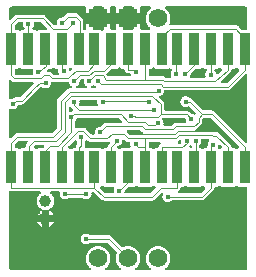
<source format=gtl>
G04 Layer: TopLayer*
G04 EasyEDA v6.3.53, 2020-07-19T22:27:28+02:00*
G04 3120cfb910ab4567be944433c0d318a6,a54f91b67bf74260adec70c9c35cfc8e,10*
G04 Gerber Generator version 0.2*
G04 Scale: 100 percent, Rotated: No, Reflected: No *
G04 Dimensions in millimeters *
G04 leading zeros omitted , absolute positions ,3 integer and 3 decimal *
%FSLAX33Y33*%
%MOMM*%
G90*
G71D02*

%ADD11C,0.100000*%
%ADD12C,0.399999*%
%ADD13R,0.899998X2.799994*%
%ADD14R,1.574800X1.574800*%
%ADD15C,1.574800*%
%ADD16C,0.999998*%

%LPD*%
G36*
G01X20200Y22603D02*
G01X13583Y22603D01*
G01X13568Y22602D01*
G01X13554Y22599D01*
G01X13541Y22594D01*
G01X13528Y22587D01*
G01X13516Y22578D01*
G01X13506Y22568D01*
G01X13490Y22544D01*
G01X13485Y22530D01*
G01X13482Y22516D01*
G01X13481Y22502D01*
G01X13482Y22486D01*
G01X13486Y22471D01*
G01X13492Y22456D01*
G01X13500Y22443D01*
G01X13510Y22431D01*
G01X13521Y22420D01*
G01X13559Y22390D01*
G01X13595Y22359D01*
G01X13630Y22326D01*
G01X13663Y22291D01*
G01X13694Y22254D01*
G01X13724Y22217D01*
G01X13752Y22177D01*
G01X13778Y22137D01*
G01X13802Y22096D01*
G01X13825Y22053D01*
G01X13845Y22010D01*
G01X13863Y21965D01*
G01X13880Y21920D01*
G01X13894Y21874D01*
G01X13906Y21827D01*
G01X13916Y21781D01*
G01X13923Y21733D01*
G01X13929Y21685D01*
G01X13932Y21637D01*
G01X13933Y21589D01*
G01X13932Y21539D01*
G01X13928Y21489D01*
G01X13923Y21439D01*
G01X13914Y21390D01*
G01X13903Y21341D01*
G01X13890Y21293D01*
G01X13875Y21245D01*
G01X13857Y21198D01*
G01X13837Y21151D01*
G01X13832Y21138D01*
G01X13829Y21123D01*
G01X13828Y21109D01*
G01X13829Y21094D01*
G01X13832Y21080D01*
G01X13837Y21066D01*
G01X13844Y21054D01*
G01X13853Y21042D01*
G01X13863Y21032D01*
G01X13875Y21023D01*
G01X13887Y21016D01*
G01X13915Y21008D01*
G01X13929Y21007D01*
G01X19493Y21007D01*
G01X19519Y21006D01*
G01X19544Y21003D01*
G01X19570Y20998D01*
G01X19594Y20990D01*
G01X19618Y20981D01*
G01X19641Y20969D01*
G01X19663Y20956D01*
G01X19683Y20942D01*
G01X19703Y20925D01*
G01X19721Y20906D01*
G01X19737Y20887D01*
G01X19905Y20666D01*
G01X19916Y20655D01*
G01X19928Y20644D01*
G01X19942Y20637D01*
G01X19956Y20631D01*
G01X19971Y20627D01*
G01X19986Y20626D01*
G01X20341Y20626D01*
G01X20356Y20627D01*
G01X20370Y20630D01*
G01X20384Y20635D01*
G01X20396Y20642D01*
G01X20408Y20651D01*
G01X20418Y20661D01*
G01X20427Y20673D01*
G01X20434Y20685D01*
G01X20439Y20699D01*
G01X20442Y20713D01*
G01X20443Y20728D01*
G01X20443Y22359D01*
G01X20442Y22382D01*
G01X20439Y22404D01*
G01X20434Y22426D01*
G01X20427Y22447D01*
G01X20418Y22468D01*
G01X20406Y22488D01*
G01X20394Y22506D01*
G01X20379Y22523D01*
G01X20364Y22539D01*
G01X20346Y22554D01*
G01X20328Y22567D01*
G01X20308Y22577D01*
G01X20287Y22586D01*
G01X20266Y22594D01*
G01X20244Y22599D01*
G01X20222Y22602D01*
G01X20200Y22603D01*
G37*

%LPD*%
G36*
G01X6686Y22603D02*
G01X499Y22603D01*
G01X477Y22602D01*
G01X455Y22599D01*
G01X433Y22594D01*
G01X411Y22586D01*
G01X391Y22577D01*
G01X371Y22567D01*
G01X353Y22554D01*
G01X335Y22539D01*
G01X320Y22523D01*
G01X305Y22506D01*
G01X293Y22488D01*
G01X281Y22468D01*
G01X272Y22447D01*
G01X265Y22426D01*
G01X260Y22404D01*
G01X257Y22382D01*
G01X256Y22359D01*
G01X256Y21573D01*
G01X257Y21558D01*
G01X260Y21544D01*
G01X265Y21531D01*
G01X272Y21518D01*
G01X281Y21506D01*
G01X291Y21496D01*
G01X303Y21487D01*
G01X315Y21481D01*
G01X329Y21475D01*
G01X343Y21472D01*
G01X358Y21471D01*
G01X373Y21472D01*
G01X389Y21476D01*
G01X404Y21483D01*
G01X418Y21491D01*
G01X429Y21501D01*
G01X735Y21806D01*
G01X754Y21824D01*
G01X776Y21841D01*
G01X798Y21855D01*
G01X822Y21867D01*
G01X847Y21878D01*
G01X872Y21885D01*
G01X898Y21891D01*
G01X925Y21895D01*
G01X951Y21896D01*
G01X3110Y21896D01*
G01X3137Y21895D01*
G01X3164Y21891D01*
G01X3190Y21885D01*
G01X3215Y21878D01*
G01X3240Y21867D01*
G01X3264Y21855D01*
G01X3286Y21841D01*
G01X3308Y21824D01*
G01X3327Y21806D01*
G01X4097Y21037D01*
G01X4109Y21027D01*
G01X4122Y21018D01*
G01X4137Y21012D01*
G01X4152Y21009D01*
G01X4169Y21007D01*
G01X4212Y21007D01*
G01X4227Y21008D01*
G01X4255Y21016D01*
G01X4267Y21023D01*
G01X4279Y21032D01*
G01X4289Y21042D01*
G01X4298Y21054D01*
G01X4305Y21066D01*
G01X4310Y21080D01*
G01X4313Y21094D01*
G01X4314Y21109D01*
G01X4312Y21127D01*
G01X4307Y21168D01*
G01X4305Y21208D01*
G01X4306Y21239D01*
G01X4309Y21269D01*
G01X4314Y21299D01*
G01X4321Y21329D01*
G01X4330Y21358D01*
G01X4341Y21387D01*
G01X4354Y21414D01*
G01X4369Y21441D01*
G01X4385Y21467D01*
G01X4403Y21491D01*
G01X4423Y21515D01*
G01X4444Y21536D01*
G01X4466Y21557D01*
G01X4490Y21576D01*
G01X4516Y21593D01*
G01X4542Y21609D01*
G01X4569Y21622D01*
G01X4597Y21634D01*
G01X4626Y21645D01*
G01X4655Y21652D01*
G01X4685Y21658D01*
G01X4715Y21663D01*
G01X4746Y21665D01*
G01X4761Y21666D01*
G01X4776Y21671D01*
G01X4789Y21677D01*
G01X4803Y21685D01*
G01X4814Y21694D01*
G01X5053Y21933D01*
G01X5072Y21951D01*
G01X5094Y21968D01*
G01X5116Y21982D01*
G01X5140Y21994D01*
G01X5165Y22005D01*
G01X5190Y22012D01*
G01X5216Y22018D01*
G01X5243Y22022D01*
G01X5269Y22023D01*
G01X5904Y22023D01*
G01X5930Y22022D01*
G01X5955Y22019D01*
G01X5980Y22013D01*
G01X6005Y22006D01*
G01X6028Y21997D01*
G01X6051Y21985D01*
G01X6073Y21972D01*
G01X6094Y21958D01*
G01X6113Y21941D01*
G01X6443Y21634D01*
G01X6461Y21616D01*
G01X6478Y21597D01*
G01X6492Y21576D01*
G01X6505Y21555D01*
G01X6516Y21532D01*
G01X6525Y21508D01*
G01X6532Y21484D01*
G01X6537Y21460D01*
G01X6540Y21435D01*
G01X6541Y21409D01*
G01X6541Y20728D01*
G01X6542Y20713D01*
G01X6550Y20685D01*
G01X6557Y20673D01*
G01X6566Y20661D01*
G01X6576Y20651D01*
G01X6588Y20642D01*
G01X6600Y20635D01*
G01X6614Y20630D01*
G01X6628Y20627D01*
G01X6643Y20626D01*
G01X6672Y20626D01*
G01X6686Y20627D01*
G01X6701Y20630D01*
G01X6714Y20635D01*
G01X6727Y20642D01*
G01X6738Y20651D01*
G01X6749Y20661D01*
G01X6757Y20673D01*
G01X6764Y20685D01*
G01X6769Y20699D01*
G01X6772Y20713D01*
G01X6773Y20728D01*
G01X6771Y20749D01*
G01X6767Y20775D01*
G01X6766Y20802D01*
G01X6766Y21133D01*
G01X7352Y21133D01*
G01X7352Y20728D01*
G01X7353Y20713D01*
G01X7356Y20699D01*
G01X7361Y20685D01*
G01X7377Y20661D01*
G01X7387Y20651D01*
G01X7399Y20642D01*
G01X7412Y20635D01*
G01X7425Y20630D01*
G01X7440Y20627D01*
G01X7454Y20626D01*
G01X7920Y20626D01*
G01X7944Y20625D01*
G01X7968Y20621D01*
G01X7991Y20616D01*
G01X8014Y20608D01*
G01X8036Y20598D01*
G01X8057Y20586D01*
G01X8077Y20572D01*
G01X8095Y20556D01*
G01X8107Y20547D01*
G01X8120Y20539D01*
G01X8135Y20533D01*
G01X8150Y20530D01*
G01X8165Y20529D01*
G01X8179Y20530D01*
G01X8194Y20533D01*
G01X8207Y20538D01*
G01X8220Y20545D01*
G01X8232Y20553D01*
G01X8242Y20564D01*
G01X8250Y20575D01*
G01X8258Y20588D01*
G01X8263Y20602D01*
G01X8266Y20616D01*
G01X8267Y20630D01*
G01X8267Y21133D01*
G01X8853Y21133D01*
G01X8853Y20802D01*
G01X8852Y20775D01*
G01X8848Y20749D01*
G01X8846Y20728D01*
G01X8847Y20713D01*
G01X8850Y20699D01*
G01X8855Y20685D01*
G01X8862Y20673D01*
G01X8870Y20661D01*
G01X8881Y20651D01*
G01X8892Y20642D01*
G01X8905Y20635D01*
G01X8918Y20630D01*
G01X8933Y20627D01*
G01X8947Y20626D01*
G01X9212Y20626D01*
G01X9226Y20627D01*
G01X9241Y20630D01*
G01X9254Y20635D01*
G01X9267Y20642D01*
G01X9278Y20651D01*
G01X9289Y20661D01*
G01X9297Y20673D01*
G01X9304Y20685D01*
G01X9309Y20699D01*
G01X9312Y20713D01*
G01X9313Y20728D01*
G01X9311Y20748D01*
G01X9307Y20775D01*
G01X9306Y20802D01*
G01X9306Y21132D01*
G01X9892Y21132D01*
G01X9892Y20728D01*
G01X9893Y20713D01*
G01X9896Y20699D01*
G01X9901Y20685D01*
G01X9917Y20661D01*
G01X9927Y20651D01*
G01X9939Y20642D01*
G01X9952Y20635D01*
G01X9965Y20630D01*
G01X9980Y20627D01*
G01X9994Y20626D01*
G01X10705Y20626D01*
G01X10719Y20627D01*
G01X10734Y20630D01*
G01X10747Y20635D01*
G01X10760Y20642D01*
G01X10772Y20651D01*
G01X10782Y20661D01*
G01X10798Y20685D01*
G01X10803Y20699D01*
G01X10806Y20713D01*
G01X10807Y20728D01*
G01X10807Y21132D01*
G01X11393Y21132D01*
G01X11393Y20802D01*
G01X11392Y20775D01*
G01X11388Y20748D01*
G01X11386Y20728D01*
G01X11387Y20713D01*
G01X11390Y20699D01*
G01X11395Y20685D01*
G01X11402Y20673D01*
G01X11410Y20661D01*
G01X11421Y20651D01*
G01X11432Y20642D01*
G01X11445Y20635D01*
G01X11458Y20630D01*
G01X11473Y20627D01*
G01X11487Y20626D01*
G01X12135Y20626D01*
G01X12149Y20627D01*
G01X12164Y20630D01*
G01X12177Y20635D01*
G01X12190Y20642D01*
G01X12202Y20651D01*
G01X12212Y20661D01*
G01X12220Y20673D01*
G01X12227Y20685D01*
G01X12232Y20699D01*
G01X12236Y20713D01*
G01X12237Y20728D01*
G01X12236Y20742D01*
G01X12233Y20756D01*
G01X12228Y20770D01*
G01X12212Y20794D01*
G01X12202Y20804D01*
G01X12167Y20836D01*
G01X12134Y20869D01*
G01X12103Y20903D01*
G01X12073Y20939D01*
G01X12045Y20977D01*
G01X12018Y21015D01*
G01X11993Y21055D01*
G01X11970Y21095D01*
G01X11949Y21137D01*
G01X11929Y21180D01*
G01X11912Y21223D01*
G01X11896Y21267D01*
G01X11883Y21312D01*
G01X11871Y21358D01*
G01X11862Y21403D01*
G01X11855Y21450D01*
G01X11850Y21496D01*
G01X11847Y21542D01*
G01X11846Y21589D01*
G01X11847Y21637D01*
G01X11850Y21685D01*
G01X11856Y21733D01*
G01X11863Y21781D01*
G01X11873Y21827D01*
G01X11885Y21874D01*
G01X11899Y21920D01*
G01X11916Y21965D01*
G01X11934Y22010D01*
G01X11954Y22053D01*
G01X11977Y22096D01*
G01X12001Y22137D01*
G01X12027Y22177D01*
G01X12055Y22217D01*
G01X12085Y22254D01*
G01X12116Y22291D01*
G01X12149Y22326D01*
G01X12184Y22359D01*
G01X12220Y22390D01*
G01X12258Y22420D01*
G01X12269Y22431D01*
G01X12279Y22443D01*
G01X12287Y22456D01*
G01X12293Y22471D01*
G01X12297Y22486D01*
G01X12298Y22502D01*
G01X12297Y22516D01*
G01X12294Y22530D01*
G01X12289Y22544D01*
G01X12273Y22568D01*
G01X12263Y22578D01*
G01X12251Y22587D01*
G01X12238Y22594D01*
G01X12225Y22599D01*
G01X12211Y22602D01*
G01X12196Y22603D01*
G01X11473Y22603D01*
G01X11458Y22602D01*
G01X11444Y22599D01*
G01X11431Y22594D01*
G01X11418Y22587D01*
G01X11406Y22578D01*
G01X11396Y22568D01*
G01X11387Y22556D01*
G01X11380Y22544D01*
G01X11375Y22530D01*
G01X11372Y22516D01*
G01X11371Y22502D01*
G01X11373Y22483D01*
G01X11378Y22466D01*
G01X11386Y22437D01*
G01X11391Y22407D01*
G01X11393Y22377D01*
G01X11393Y22046D01*
G01X10807Y22046D01*
G01X10807Y22502D01*
G01X10806Y22516D01*
G01X10803Y22530D01*
G01X10798Y22544D01*
G01X10782Y22568D01*
G01X10772Y22578D01*
G01X10760Y22587D01*
G01X10747Y22594D01*
G01X10734Y22599D01*
G01X10719Y22602D01*
G01X10705Y22603D01*
G01X9994Y22603D01*
G01X9980Y22602D01*
G01X9965Y22599D01*
G01X9952Y22594D01*
G01X9939Y22587D01*
G01X9927Y22578D01*
G01X9917Y22568D01*
G01X9901Y22544D01*
G01X9896Y22530D01*
G01X9893Y22516D01*
G01X9892Y22502D01*
G01X9892Y22046D01*
G01X9306Y22046D01*
G01X9306Y22377D01*
G01X9308Y22407D01*
G01X9313Y22437D01*
G01X9321Y22466D01*
G01X9326Y22483D01*
G01X9328Y22502D01*
G01X9327Y22516D01*
G01X9324Y22530D01*
G01X9319Y22544D01*
G01X9312Y22556D01*
G01X9303Y22568D01*
G01X9293Y22578D01*
G01X9281Y22587D01*
G01X9268Y22594D01*
G01X9255Y22599D01*
G01X9241Y22602D01*
G01X9226Y22603D01*
G01X8933Y22603D01*
G01X8918Y22602D01*
G01X8904Y22599D01*
G01X8891Y22594D01*
G01X8878Y22587D01*
G01X8866Y22578D01*
G01X8856Y22568D01*
G01X8847Y22556D01*
G01X8840Y22544D01*
G01X8835Y22530D01*
G01X8832Y22516D01*
G01X8831Y22502D01*
G01X8833Y22483D01*
G01X8838Y22466D01*
G01X8846Y22437D01*
G01X8851Y22407D01*
G01X8853Y22377D01*
G01X8853Y22047D01*
G01X8267Y22047D01*
G01X8267Y22502D01*
G01X8266Y22516D01*
G01X8263Y22530D01*
G01X8258Y22544D01*
G01X8242Y22568D01*
G01X8232Y22578D01*
G01X8220Y22587D01*
G01X8207Y22594D01*
G01X8194Y22599D01*
G01X8179Y22602D01*
G01X8165Y22603D01*
G01X7454Y22603D01*
G01X7440Y22602D01*
G01X7425Y22599D01*
G01X7412Y22594D01*
G01X7399Y22587D01*
G01X7387Y22578D01*
G01X7377Y22568D01*
G01X7361Y22544D01*
G01X7356Y22530D01*
G01X7353Y22516D01*
G01X7352Y22502D01*
G01X7352Y22047D01*
G01X6766Y22047D01*
G01X6766Y22377D01*
G01X6768Y22407D01*
G01X6773Y22437D01*
G01X6781Y22466D01*
G01X6786Y22483D01*
G01X6788Y22502D01*
G01X6787Y22516D01*
G01X6784Y22530D01*
G01X6779Y22544D01*
G01X6772Y22556D01*
G01X6763Y22568D01*
G01X6753Y22578D01*
G01X6741Y22587D01*
G01X6728Y22594D01*
G01X6715Y22599D01*
G01X6701Y22602D01*
G01X6686Y22603D01*
G37*

%LPD*%
G36*
G01X2941Y21283D02*
G01X2459Y21283D01*
G01X2445Y21282D01*
G01X2430Y21279D01*
G01X2417Y21274D01*
G01X2404Y21267D01*
G01X2392Y21258D01*
G01X2382Y21248D01*
G01X2373Y21236D01*
G01X2366Y21223D01*
G01X2361Y21210D01*
G01X2358Y21196D01*
G01X2357Y21181D01*
G01X2359Y21163D01*
G01X2364Y21122D01*
G01X2366Y21082D01*
G01X2365Y21050D01*
G01X2362Y21019D01*
G01X2357Y20988D01*
G01X2349Y20958D01*
G01X2339Y20928D01*
G01X2328Y20899D01*
G01X2314Y20870D01*
G01X2299Y20843D01*
G01X2281Y20817D01*
G01X2263Y20792D01*
G01X2253Y20777D01*
G01X2245Y20762D01*
G01X2241Y20745D01*
G01X2240Y20728D01*
G01X2241Y20713D01*
G01X2244Y20699D01*
G01X2249Y20685D01*
G01X2256Y20673D01*
G01X2265Y20661D01*
G01X2275Y20651D01*
G01X2287Y20642D01*
G01X2299Y20635D01*
G01X2312Y20630D01*
G01X2327Y20627D01*
G01X2341Y20626D01*
G01X2360Y20626D01*
G01X2384Y20625D01*
G01X2408Y20621D01*
G01X2432Y20616D01*
G01X2455Y20608D01*
G01X2477Y20598D01*
G01X2498Y20585D01*
G01X2518Y20572D01*
G01X2536Y20555D01*
G01X2563Y20528D01*
G01X2575Y20519D01*
G01X2587Y20512D01*
G01X2601Y20507D01*
G01X2615Y20504D01*
G01X2629Y20503D01*
G01X2644Y20504D01*
G01X2658Y20507D01*
G01X2672Y20512D01*
G01X2684Y20519D01*
G01X2696Y20528D01*
G01X2723Y20555D01*
G01X2741Y20572D01*
G01X2761Y20585D01*
G01X2782Y20598D01*
G01X2805Y20608D01*
G01X2828Y20616D01*
G01X2851Y20621D01*
G01X2875Y20625D01*
G01X2900Y20626D01*
G01X3395Y20626D01*
G01X3410Y20627D01*
G01X3424Y20630D01*
G01X3438Y20635D01*
G01X3450Y20642D01*
G01X3462Y20651D01*
G01X3472Y20661D01*
G01X3481Y20673D01*
G01X3488Y20685D01*
G01X3493Y20699D01*
G01X3496Y20713D01*
G01X3497Y20728D01*
G01X3496Y20743D01*
G01X3492Y20759D01*
G01X3486Y20774D01*
G01X3477Y20788D01*
G01X3467Y20799D01*
G01X3013Y21253D01*
G01X3001Y21264D01*
G01X2988Y21272D01*
G01X2973Y21278D01*
G01X2958Y21282D01*
G01X2941Y21283D01*
G37*

%LPD*%
G36*
G01X1360Y21283D02*
G01X1121Y21283D01*
G01X1105Y21282D01*
G01X1089Y21278D01*
G01X1074Y21272D01*
G01X1061Y21264D01*
G01X1049Y21253D01*
G01X780Y20984D01*
G01X770Y20972D01*
G01X761Y20959D01*
G01X755Y20944D01*
G01X751Y20928D01*
G01X750Y20913D01*
G01X750Y20728D01*
G01X751Y20713D01*
G01X754Y20699D01*
G01X759Y20685D01*
G01X766Y20673D01*
G01X775Y20661D01*
G01X785Y20651D01*
G01X797Y20642D01*
G01X809Y20635D01*
G01X823Y20630D01*
G01X837Y20627D01*
G01X851Y20626D01*
G01X919Y20626D01*
G01X944Y20625D01*
G01X968Y20621D01*
G01X992Y20616D01*
G01X1014Y20608D01*
G01X1037Y20598D01*
G01X1058Y20585D01*
G01X1078Y20572D01*
G01X1096Y20555D01*
G01X1123Y20528D01*
G01X1135Y20519D01*
G01X1148Y20512D01*
G01X1161Y20507D01*
G01X1175Y20504D01*
G01X1190Y20503D01*
G01X1204Y20504D01*
G01X1218Y20507D01*
G01X1232Y20512D01*
G01X1245Y20519D01*
G01X1256Y20528D01*
G01X1283Y20555D01*
G01X1302Y20572D01*
G01X1321Y20585D01*
G01X1342Y20598D01*
G01X1364Y20608D01*
G01X1387Y20616D01*
G01X1411Y20621D01*
G01X1435Y20625D01*
G01X1459Y20626D01*
G01X1478Y20626D01*
G01X1493Y20627D01*
G01X1507Y20630D01*
G01X1520Y20635D01*
G01X1533Y20642D01*
G01X1544Y20651D01*
G01X1554Y20661D01*
G01X1564Y20673D01*
G01X1570Y20685D01*
G01X1575Y20699D01*
G01X1578Y20713D01*
G01X1579Y20728D01*
G01X1578Y20745D01*
G01X1574Y20762D01*
G01X1566Y20777D01*
G01X1557Y20792D01*
G01X1538Y20817D01*
G01X1520Y20843D01*
G01X1505Y20870D01*
G01X1491Y20899D01*
G01X1480Y20928D01*
G01X1470Y20958D01*
G01X1463Y20988D01*
G01X1457Y21019D01*
G01X1454Y21050D01*
G01X1453Y21082D01*
G01X1455Y21122D01*
G01X1461Y21163D01*
G01X1462Y21181D01*
G01X1461Y21196D01*
G01X1458Y21210D01*
G01X1453Y21223D01*
G01X1446Y21236D01*
G01X1437Y21248D01*
G01X1427Y21258D01*
G01X1415Y21267D01*
G01X1403Y21274D01*
G01X1389Y21279D01*
G01X1375Y21282D01*
G01X1360Y21283D01*
G37*

%LPD*%
G36*
G01X5524Y17435D02*
G01X5509Y17436D01*
G01X5495Y17435D01*
G01X5481Y17432D01*
G01X5467Y17427D01*
G01X5454Y17420D01*
G01X5443Y17411D01*
G01X5433Y17401D01*
G01X5416Y17383D01*
G01X5398Y17368D01*
G01X5378Y17354D01*
G01X5367Y17345D01*
G01X5356Y17335D01*
G01X5347Y17323D01*
G01X5341Y17310D01*
G01X5336Y17297D01*
G01X5332Y17282D01*
G01X5331Y17268D01*
G01X5334Y17245D01*
G01X5336Y17234D01*
G01X5341Y17218D01*
G01X5347Y17205D01*
G01X5355Y17191D01*
G01X5366Y17180D01*
G01X5378Y17170D01*
G01X5391Y17162D01*
G01X5405Y17156D01*
G01X5420Y17153D01*
G01X5436Y17152D01*
G01X5452Y17153D01*
G01X5467Y17157D01*
G01X5482Y17163D01*
G01X5496Y17171D01*
G01X5508Y17181D01*
G01X5584Y17259D01*
G01X5595Y17271D01*
G01X5603Y17284D01*
G01X5609Y17299D01*
G01X5613Y17314D01*
G01X5614Y17330D01*
G01X5613Y17345D01*
G01X5610Y17360D01*
G01X5605Y17373D01*
G01X5598Y17387D01*
G01X5589Y17398D01*
G01X5576Y17411D01*
G01X5564Y17420D01*
G01X5551Y17427D01*
G01X5538Y17432D01*
G01X5524Y17435D01*
G37*

%LPD*%
G36*
G01X18084Y17435D02*
G01X18070Y17436D01*
G01X18055Y17435D01*
G01X18041Y17432D01*
G01X18027Y17427D01*
G01X18015Y17420D01*
G01X18003Y17411D01*
G01X17993Y17401D01*
G01X17976Y17383D01*
G01X17958Y17367D01*
G01X17938Y17354D01*
G01X17917Y17341D01*
G01X17894Y17331D01*
G01X17871Y17323D01*
G01X17848Y17317D01*
G01X17824Y17314D01*
G01X17799Y17313D01*
G01X17755Y17313D01*
G01X17740Y17312D01*
G01X17726Y17309D01*
G01X17712Y17303D01*
G01X17699Y17296D01*
G01X17688Y17287D01*
G01X17677Y17276D01*
G01X17669Y17264D01*
G01X17662Y17251D01*
G01X17657Y17237D01*
G01X17655Y17222D01*
G01X17654Y17218D01*
G01X17653Y17205D01*
G01X17654Y17190D01*
G01X17657Y17176D01*
G01X17663Y17163D01*
G01X17670Y17149D01*
G01X17678Y17138D01*
G01X17699Y17113D01*
G01X17718Y17087D01*
G01X17734Y17060D01*
G01X17749Y17032D01*
G01X17762Y17003D01*
G01X17772Y16973D01*
G01X17781Y16942D01*
G01X17786Y16928D01*
G01X17792Y16915D01*
G01X17801Y16902D01*
G01X17811Y16891D01*
G01X17823Y16882D01*
G01X17836Y16874D01*
G01X17850Y16869D01*
G01X17864Y16866D01*
G01X17880Y16864D01*
G01X17895Y16866D01*
G01X17910Y16869D01*
G01X17924Y16874D01*
G01X17937Y16882D01*
G01X17949Y16892D01*
G01X18251Y17174D01*
G01X18263Y17186D01*
G01X18271Y17200D01*
G01X18278Y17215D01*
G01X18282Y17231D01*
G01X18283Y17248D01*
G01X18282Y17264D01*
G01X18278Y17280D01*
G01X18272Y17295D01*
G01X18264Y17308D01*
G01X18253Y17320D01*
G01X18241Y17331D01*
G01X18227Y17339D01*
G01X18204Y17351D01*
G01X18183Y17366D01*
G01X18164Y17382D01*
G01X18146Y17401D01*
G01X18136Y17411D01*
G01X18124Y17420D01*
G01X18112Y17427D01*
G01X18098Y17432D01*
G01X18084Y17435D01*
G37*

%LPD*%
G36*
G01X1204Y17435D02*
G01X1190Y17436D01*
G01X1175Y17435D01*
G01X1161Y17432D01*
G01X1148Y17427D01*
G01X1135Y17420D01*
G01X1123Y17411D01*
G01X1113Y17401D01*
G01X1096Y17383D01*
G01X1078Y17367D01*
G01X1058Y17354D01*
G01X1037Y17341D01*
G01X1014Y17331D01*
G01X992Y17323D01*
G01X968Y17317D01*
G01X944Y17314D01*
G01X919Y17313D01*
G01X857Y17313D01*
G01X842Y17312D01*
G01X829Y17309D01*
G01X815Y17304D01*
G01X802Y17297D01*
G01X790Y17288D01*
G01X780Y17278D01*
G01X772Y17267D01*
G01X765Y17254D01*
G01X759Y17241D01*
G01X756Y17227D01*
G01X755Y17212D01*
G01X752Y16927D01*
G01X752Y16926D01*
G01X753Y16911D01*
G01X756Y16895D01*
G01X763Y16881D01*
G01X771Y16867D01*
G01X780Y16855D01*
G01X788Y16848D01*
G01X800Y16837D01*
G01X814Y16828D01*
G01X829Y16822D01*
G01X845Y16818D01*
G01X861Y16816D01*
G01X2180Y16816D01*
G01X2195Y16817D01*
G01X2223Y16825D01*
G01X2235Y16832D01*
G01X2247Y16841D01*
G01X2257Y16851D01*
G01X2266Y16863D01*
G01X2273Y16875D01*
G01X2278Y16889D01*
G01X2281Y16903D01*
G01X2282Y16918D01*
G01X2280Y16936D01*
G01X2275Y16977D01*
G01X2273Y17017D01*
G01X2274Y17050D01*
G01X2277Y17082D01*
G01X2283Y17114D01*
G01X2291Y17145D01*
G01X2301Y17176D01*
G01X2306Y17193D01*
G01X2308Y17211D01*
G01X2307Y17226D01*
G01X2304Y17240D01*
G01X2299Y17253D01*
G01X2292Y17266D01*
G01X2283Y17278D01*
G01X2273Y17288D01*
G01X2261Y17297D01*
G01X2248Y17304D01*
G01X2235Y17309D01*
G01X2220Y17312D01*
G01X2206Y17313D01*
G01X1459Y17313D01*
G01X1435Y17314D01*
G01X1411Y17317D01*
G01X1387Y17323D01*
G01X1364Y17331D01*
G01X1342Y17341D01*
G01X1321Y17354D01*
G01X1302Y17367D01*
G01X1283Y17383D01*
G01X1256Y17411D01*
G01X1245Y17420D01*
G01X1232Y17427D01*
G01X1218Y17432D01*
G01X1204Y17435D01*
G37*

%LPD*%
G36*
G01X4084Y17435D02*
G01X4070Y17436D01*
G01X4055Y17435D01*
G01X4041Y17432D01*
G01X4027Y17427D01*
G01X4015Y17420D01*
G01X4003Y17411D01*
G01X3993Y17401D01*
G01X3976Y17383D01*
G01X3958Y17367D01*
G01X3938Y17354D01*
G01X3917Y17341D01*
G01X3894Y17331D01*
G01X3871Y17323D01*
G01X3848Y17317D01*
G01X3824Y17314D01*
G01X3799Y17313D01*
G01X3625Y17313D01*
G01X3608Y17311D01*
G01X3591Y17307D01*
G01X3575Y17300D01*
G01X3560Y17290D01*
G01X3556Y17286D01*
G01X3512Y17251D01*
G01X3501Y17241D01*
G01X3492Y17229D01*
G01X3484Y17216D01*
G01X3479Y17202D01*
G01X3475Y17187D01*
G01X3474Y17172D01*
G01X3475Y17157D01*
G01X3478Y17143D01*
G01X3483Y17129D01*
G01X3490Y17117D01*
G01X3499Y17105D01*
G01X3509Y17095D01*
G01X3521Y17086D01*
G01X3534Y17079D01*
G01X3547Y17075D01*
G01X3562Y17071D01*
G01X3576Y17070D01*
G01X3618Y17070D01*
G01X3645Y17069D01*
G01X3672Y17065D01*
G01X3698Y17060D01*
G01X3723Y17052D01*
G01X3748Y17042D01*
G01X3772Y17029D01*
G01X3794Y17015D01*
G01X3816Y16998D01*
G01X3835Y16981D01*
G01X3970Y16846D01*
G01X3982Y16836D01*
G01X3995Y16827D01*
G01X4010Y16821D01*
G01X4026Y16818D01*
G01X4042Y16816D01*
G01X4378Y16816D01*
G01X4393Y16817D01*
G01X4421Y16825D01*
G01X4433Y16832D01*
G01X4445Y16841D01*
G01X4455Y16851D01*
G01X4464Y16863D01*
G01X4471Y16875D01*
G01X4476Y16889D01*
G01X4479Y16903D01*
G01X4480Y16918D01*
G01X4478Y16939D01*
G01X4471Y16959D01*
G01X4459Y16989D01*
G01X4450Y17019D01*
G01X4442Y17050D01*
G01X4436Y17081D01*
G01X4433Y17113D01*
G01X4432Y17145D01*
G01X4435Y17199D01*
G01X4436Y17211D01*
G01X4435Y17226D01*
G01X4432Y17240D01*
G01X4427Y17253D01*
G01X4420Y17266D01*
G01X4411Y17277D01*
G01X4401Y17287D01*
G01X4390Y17296D01*
G01X4377Y17303D01*
G01X4364Y17308D01*
G01X4350Y17312D01*
G01X4336Y17313D01*
G01X4312Y17314D01*
G01X4288Y17318D01*
G01X4265Y17324D01*
G01X4242Y17332D01*
G01X4221Y17342D01*
G01X4200Y17354D01*
G01X4181Y17368D01*
G01X4163Y17383D01*
G01X4146Y17401D01*
G01X4136Y17411D01*
G01X4124Y17420D01*
G01X4112Y17427D01*
G01X4098Y17432D01*
G01X4084Y17435D01*
G37*

%LPD*%
G36*
G01X9644Y17435D02*
G01X9630Y17436D01*
G01X9615Y17435D01*
G01X9601Y17432D01*
G01X9587Y17427D01*
G01X9575Y17420D01*
G01X9563Y17411D01*
G01X9553Y17401D01*
G01X9536Y17383D01*
G01X9518Y17367D01*
G01X9498Y17354D01*
G01X9477Y17341D01*
G01X9454Y17331D01*
G01X9432Y17323D01*
G01X9408Y17317D01*
G01X9384Y17314D01*
G01X9359Y17313D01*
G01X8961Y17313D01*
G01X8945Y17312D01*
G01X8930Y17308D01*
G01X8915Y17302D01*
G01X8902Y17294D01*
G01X8890Y17283D01*
G01X8542Y16936D01*
G01X8532Y16924D01*
G01X8523Y16910D01*
G01X8517Y16895D01*
G01X8514Y16880D01*
G01X8513Y16864D01*
G01X8514Y16849D01*
G01X8517Y16834D01*
G01X8522Y16821D01*
G01X8529Y16808D01*
G01X8579Y16734D01*
G01X8589Y16721D01*
G01X8601Y16710D01*
G01X8615Y16701D01*
G01X8630Y16695D01*
G01X8646Y16691D01*
G01X8663Y16689D01*
G01X10496Y16689D01*
G01X10510Y16690D01*
G01X10524Y16693D01*
G01X10538Y16698D01*
G01X10551Y16705D01*
G01X10562Y16714D01*
G01X10573Y16724D01*
G01X10581Y16736D01*
G01X10588Y16748D01*
G01X10593Y16762D01*
G01X10596Y16776D01*
G01X10597Y16791D01*
G01X10596Y16805D01*
G01X10593Y16820D01*
G01X10587Y16834D01*
G01X10568Y16882D01*
G01X10562Y16896D01*
G01X10554Y16909D01*
G01X10543Y16921D01*
G01X10531Y16931D01*
G01X10518Y16939D01*
G01X10503Y16945D01*
G01X10488Y16949D01*
G01X10472Y16950D01*
G01X10349Y16950D01*
G01X10323Y16951D01*
G01X10297Y16954D01*
G01X10271Y16960D01*
G01X10246Y16968D01*
G01X10222Y16978D01*
G01X10199Y16990D01*
G01X10176Y17004D01*
G01X10155Y17019D01*
G01X10136Y17037D01*
G01X10117Y17056D01*
G01X10101Y17077D01*
G01X10087Y17099D01*
G01X10074Y17122D01*
G01X10063Y17146D01*
G01X10055Y17171D01*
G01X10049Y17197D01*
G01X10045Y17222D01*
G01X10042Y17237D01*
G01X10037Y17251D01*
G01X10030Y17264D01*
G01X10022Y17276D01*
G01X10012Y17287D01*
G01X10000Y17296D01*
G01X9987Y17303D01*
G01X9973Y17309D01*
G01X9959Y17312D01*
G01X9944Y17313D01*
G01X9899Y17313D01*
G01X9875Y17314D01*
G01X9851Y17317D01*
G01X9827Y17323D01*
G01X9804Y17331D01*
G01X9783Y17341D01*
G01X9761Y17354D01*
G01X9741Y17367D01*
G01X9723Y17383D01*
G01X9706Y17401D01*
G01X9696Y17411D01*
G01X9685Y17420D01*
G01X9672Y17427D01*
G01X9658Y17432D01*
G01X9644Y17435D01*
G37*

%LPD*%
G36*
G01X16644Y17435D02*
G01X16629Y17436D01*
G01X16615Y17435D01*
G01X16601Y17432D01*
G01X16588Y17427D01*
G01X16575Y17420D01*
G01X16563Y17411D01*
G01X16536Y17383D01*
G01X16518Y17367D01*
G01X16498Y17354D01*
G01X16477Y17341D01*
G01X16455Y17331D01*
G01X16432Y17323D01*
G01X16408Y17317D01*
G01X16384Y17314D01*
G01X16360Y17313D01*
G01X16074Y17313D01*
G01X16058Y17312D01*
G01X16042Y17308D01*
G01X16027Y17302D01*
G01X16014Y17294D01*
G01X16002Y17283D01*
G01X15662Y16943D01*
G01X15651Y16931D01*
G01X15643Y16919D01*
G01X15637Y16904D01*
G01X15633Y16890D01*
G01X15632Y16874D01*
G01X15629Y16839D01*
G01X15624Y16805D01*
G01X15616Y16771D01*
G01X15606Y16737D01*
G01X15593Y16705D01*
G01X15586Y16684D01*
G01X15584Y16664D01*
G01X15585Y16649D01*
G01X15588Y16635D01*
G01X15593Y16621D01*
G01X15600Y16609D01*
G01X15609Y16597D01*
G01X15619Y16587D01*
G01X15631Y16578D01*
G01X15643Y16571D01*
G01X15657Y16566D01*
G01X15671Y16563D01*
G01X15686Y16562D01*
G01X16806Y16562D01*
G01X16820Y16563D01*
G01X16835Y16566D01*
G01X16848Y16571D01*
G01X16861Y16578D01*
G01X16872Y16587D01*
G01X16882Y16597D01*
G01X16892Y16609D01*
G01X16898Y16621D01*
G01X16903Y16635D01*
G01X16906Y16649D01*
G01X16907Y16664D01*
G01X16906Y16679D01*
G01X16903Y16695D01*
G01X16893Y16729D01*
G01X16886Y16764D01*
G01X16882Y16799D01*
G01X16880Y16835D01*
G01X16881Y16865D01*
G01X16884Y16896D01*
G01X16890Y16926D01*
G01X16897Y16956D01*
G01X16906Y16986D01*
G01X16917Y17014D01*
G01X16930Y17042D01*
G01X16945Y17069D01*
G01X16962Y17095D01*
G01X16980Y17119D01*
G01X17000Y17143D01*
G01X17009Y17154D01*
G01X17017Y17168D01*
G01X17022Y17182D01*
G01X17026Y17197D01*
G01X17027Y17211D01*
G01X17026Y17226D01*
G01X17023Y17240D01*
G01X17018Y17253D01*
G01X17010Y17266D01*
G01X17002Y17278D01*
G01X16992Y17288D01*
G01X16980Y17297D01*
G01X16967Y17304D01*
G01X16953Y17309D01*
G01X16939Y17312D01*
G01X16925Y17313D01*
G01X16900Y17313D01*
G01X16875Y17314D01*
G01X16851Y17317D01*
G01X16828Y17323D01*
G01X16805Y17331D01*
G01X16782Y17341D01*
G01X16761Y17354D01*
G01X16742Y17367D01*
G01X16723Y17383D01*
G01X16706Y17401D01*
G01X16696Y17411D01*
G01X16684Y17420D01*
G01X16672Y17427D01*
G01X16658Y17432D01*
G01X16644Y17435D01*
G37*

%LPD*%
G36*
G01X12524Y17435D02*
G01X12510Y17436D01*
G01X12495Y17435D01*
G01X12481Y17432D01*
G01X12467Y17427D01*
G01X12455Y17420D01*
G01X12443Y17411D01*
G01X12433Y17401D01*
G01X12416Y17383D01*
G01X12398Y17367D01*
G01X12378Y17354D01*
G01X12357Y17341D01*
G01X12334Y17331D01*
G01X12311Y17323D01*
G01X12288Y17317D01*
G01X12264Y17314D01*
G01X12239Y17313D01*
G01X12198Y17313D01*
G01X12183Y17312D01*
G01X12169Y17309D01*
G01X12155Y17304D01*
G01X12143Y17297D01*
G01X12131Y17288D01*
G01X12121Y17278D01*
G01X12112Y17266D01*
G01X12105Y17253D01*
G01X12101Y17240D01*
G01X12097Y17226D01*
G01X12096Y17211D01*
G01X12096Y16791D01*
G01X12097Y16776D01*
G01X12105Y16748D01*
G01X12112Y16736D01*
G01X12121Y16724D01*
G01X12131Y16714D01*
G01X12143Y16705D01*
G01X12155Y16698D01*
G01X12169Y16693D01*
G01X12183Y16690D01*
G01X12198Y16689D01*
G01X13270Y16689D01*
G01X13297Y16688D01*
G01X13324Y16684D01*
G01X13350Y16678D01*
G01X13375Y16671D01*
G01X13400Y16660D01*
G01X13424Y16648D01*
G01X13446Y16634D01*
G01X13468Y16617D01*
G01X13487Y16599D01*
G01X13495Y16592D01*
G01X13507Y16581D01*
G01X13520Y16573D01*
G01X13535Y16567D01*
G01X13551Y16563D01*
G01X13567Y16562D01*
G01X13903Y16562D01*
G01X13918Y16563D01*
G01X13932Y16566D01*
G01X13946Y16571D01*
G01X13958Y16578D01*
G01X13970Y16587D01*
G01X13980Y16597D01*
G01X13989Y16609D01*
G01X13996Y16621D01*
G01X14001Y16635D01*
G01X14004Y16649D01*
G01X14005Y16664D01*
G01X14003Y16684D01*
G01X13996Y16705D01*
G01X13984Y16734D01*
G01X13975Y16765D01*
G01X13967Y16796D01*
G01X13961Y16827D01*
G01X13958Y16859D01*
G01X13957Y16890D01*
G01X13958Y16922D01*
G01X13961Y16954D01*
G01X13967Y16985D01*
G01X13975Y17015D01*
G01X13984Y17046D01*
G01X13996Y17075D01*
G01X14010Y17103D01*
G01X14025Y17131D01*
G01X14043Y17157D01*
G01X14051Y17171D01*
G01X14057Y17185D01*
G01X14061Y17201D01*
G01X14062Y17216D01*
G01X14061Y17232D01*
G01X14057Y17247D01*
G01X14051Y17262D01*
G01X14043Y17276D01*
G01X14032Y17288D01*
G01X14021Y17298D01*
G01X14007Y17306D01*
G01X13992Y17313D01*
G01X13977Y17316D01*
G01X13950Y17323D01*
G01X13923Y17332D01*
G01X13898Y17344D01*
G01X13883Y17350D01*
G01X13866Y17355D01*
G01X13850Y17356D01*
G01X13833Y17355D01*
G01X13817Y17350D01*
G01X13801Y17344D01*
G01X13778Y17333D01*
G01X13755Y17324D01*
G01X13730Y17318D01*
G01X13705Y17314D01*
G01X13679Y17313D01*
G01X12779Y17313D01*
G01X12755Y17314D01*
G01X12731Y17317D01*
G01X12707Y17323D01*
G01X12684Y17331D01*
G01X12662Y17341D01*
G01X12641Y17354D01*
G01X12621Y17367D01*
G01X12603Y17383D01*
G01X12586Y17401D01*
G01X12576Y17411D01*
G01X12564Y17420D01*
G01X12552Y17427D01*
G01X12538Y17432D01*
G01X12524Y17435D01*
G37*

%LPD*%
G36*
G01X19524Y17435D02*
G01X19509Y17436D01*
G01X19495Y17435D01*
G01X19481Y17432D01*
G01X19468Y17427D01*
G01X19455Y17420D01*
G01X19443Y17411D01*
G01X19416Y17383D01*
G01X19397Y17367D01*
G01X19378Y17354D01*
G01X19357Y17341D01*
G01X19334Y17331D01*
G01X19312Y17323D01*
G01X19288Y17317D01*
G01X19264Y17314D01*
G01X19239Y17313D01*
G01X19195Y17313D01*
G01X19181Y17312D01*
G01X19166Y17309D01*
G01X19153Y17303D01*
G01X19139Y17296D01*
G01X19128Y17287D01*
G01X19118Y17276D01*
G01X19109Y17264D01*
G01X19102Y17251D01*
G01X19097Y17237D01*
G01X19095Y17222D01*
G01X19090Y17196D01*
G01X19084Y17169D01*
G01X19075Y17144D01*
G01X19064Y17119D01*
G01X19051Y17095D01*
G01X19035Y17073D01*
G01X19018Y17052D01*
G01X18999Y17032D01*
G01X18214Y16301D01*
G01X18203Y16289D01*
G01X18194Y16275D01*
G01X18187Y16260D01*
G01X18183Y16244D01*
G01X18182Y16227D01*
G01X18183Y16213D01*
G01X18186Y16198D01*
G01X18191Y16185D01*
G01X18198Y16172D01*
G01X18207Y16161D01*
G01X18217Y16150D01*
G01X18229Y16141D01*
G01X18241Y16135D01*
G01X18255Y16130D01*
G01X18269Y16127D01*
G01X18283Y16125D01*
G01X18621Y16125D01*
G01X18637Y16127D01*
G01X18652Y16130D01*
G01X18667Y16136D01*
G01X18681Y16145D01*
G01X18693Y16155D01*
G01X19708Y17169D01*
G01X19719Y17181D01*
G01X19727Y17195D01*
G01X19733Y17210D01*
G01X19737Y17225D01*
G01X19738Y17241D01*
G01X19737Y17255D01*
G01X19734Y17270D01*
G01X19729Y17284D01*
G01X19722Y17297D01*
G01X19713Y17308D01*
G01X19702Y17318D01*
G01X19690Y17327D01*
G01X19677Y17334D01*
G01X19652Y17347D01*
G01X19628Y17363D01*
G01X19606Y17380D01*
G01X19586Y17401D01*
G01X19576Y17411D01*
G01X19564Y17420D01*
G01X19551Y17427D01*
G01X19538Y17432D01*
G01X19524Y17435D01*
G37*

%LPD*%
G36*
G01X6498Y16457D02*
G01X6455Y16457D01*
G01X6439Y16456D01*
G01X6423Y16452D01*
G01X6408Y16446D01*
G01X6395Y16438D01*
G01X6383Y16427D01*
G01X6253Y16297D01*
G01X6245Y16284D01*
G01X6239Y16270D01*
G01X6235Y16255D01*
G01X6232Y16210D01*
G01X6228Y16179D01*
G01X6221Y16149D01*
G01X6213Y16120D01*
G01X6203Y16091D01*
G01X6191Y16063D01*
G01X6177Y16035D01*
G01X6162Y16009D01*
G01X6144Y15984D01*
G01X6125Y15960D01*
G01X6105Y15938D01*
G01X6083Y15916D01*
G01X6059Y15897D01*
G01X6035Y15879D01*
G01X6009Y15862D01*
G01X5996Y15853D01*
G01X5986Y15843D01*
G01X5976Y15832D01*
G01X5969Y15818D01*
G01X5963Y15804D01*
G01X5960Y15790D01*
G01X5959Y15775D01*
G01X5960Y15760D01*
G01X5963Y15746D01*
G01X5968Y15732D01*
G01X5975Y15720D01*
G01X5984Y15708D01*
G01X5994Y15698D01*
G01X6006Y15689D01*
G01X6018Y15682D01*
G01X6032Y15677D01*
G01X6046Y15674D01*
G01X6060Y15673D01*
G01X6764Y15673D01*
G01X6779Y15674D01*
G01X6793Y15677D01*
G01X6806Y15682D01*
G01X6819Y15689D01*
G01X6831Y15698D01*
G01X6841Y15708D01*
G01X6849Y15720D01*
G01X6856Y15732D01*
G01X6862Y15746D01*
G01X6865Y15760D01*
G01X6866Y15775D01*
G01X6865Y15789D01*
G01X6861Y15804D01*
G01X6856Y15818D01*
G01X6848Y15832D01*
G01X6839Y15843D01*
G01X6828Y15853D01*
G01X6816Y15862D01*
G01X6789Y15879D01*
G01X6764Y15898D01*
G01X6740Y15918D01*
G01X6717Y15940D01*
G01X6696Y15964D01*
G01X6677Y15989D01*
G01X6659Y16015D01*
G01X6644Y16043D01*
G01X6630Y16071D01*
G01X6618Y16101D01*
G01X6609Y16131D01*
G01X6601Y16161D01*
G01X6595Y16192D01*
G01X6592Y16224D01*
G01X6591Y16256D01*
G01X6593Y16296D01*
G01X6598Y16338D01*
G01X6600Y16356D01*
G01X6599Y16370D01*
G01X6596Y16384D01*
G01X6591Y16398D01*
G01X6584Y16411D01*
G01X6575Y16422D01*
G01X6565Y16433D01*
G01X6553Y16441D01*
G01X6541Y16448D01*
G01X6527Y16453D01*
G01X6513Y16456D01*
G01X6498Y16457D01*
G37*

%LPD*%
G36*
G01X7444Y15948D02*
G01X7428Y15949D01*
G01X7413Y15948D01*
G01X7399Y15945D01*
G01X7384Y15939D01*
G01X7371Y15932D01*
G01X7359Y15922D01*
G01X7334Y15900D01*
G01X7307Y15880D01*
G01X7279Y15862D01*
G01X7267Y15853D01*
G01X7256Y15843D01*
G01X7247Y15832D01*
G01X7239Y15818D01*
G01X7234Y15804D01*
G01X7230Y15789D01*
G01X7229Y15775D01*
G01X7230Y15760D01*
G01X7233Y15746D01*
G01X7239Y15732D01*
G01X7246Y15720D01*
G01X7254Y15708D01*
G01X7264Y15698D01*
G01X7276Y15689D01*
G01X7289Y15682D01*
G01X7302Y15677D01*
G01X7316Y15674D01*
G01X7331Y15673D01*
G01X7526Y15673D01*
G01X7541Y15674D01*
G01X7555Y15677D01*
G01X7568Y15682D01*
G01X7581Y15689D01*
G01X7593Y15698D01*
G01X7603Y15708D01*
G01X7611Y15720D01*
G01X7618Y15732D01*
G01X7624Y15746D01*
G01X7627Y15760D01*
G01X7628Y15775D01*
G01X7627Y15789D01*
G01X7623Y15804D01*
G01X7618Y15818D01*
G01X7610Y15832D01*
G01X7601Y15843D01*
G01X7590Y15853D01*
G01X7578Y15862D01*
G01X7550Y15880D01*
G01X7523Y15900D01*
G01X7498Y15922D01*
G01X7486Y15932D01*
G01X7473Y15939D01*
G01X7458Y15945D01*
G01X7444Y15948D01*
G37*

%LPD*%
G36*
G01X374Y16364D02*
G01X358Y16365D01*
G01X343Y16364D01*
G01X329Y16361D01*
G01X315Y16356D01*
G01X303Y16349D01*
G01X291Y16341D01*
G01X281Y16330D01*
G01X272Y16319D01*
G01X265Y16306D01*
G01X260Y16292D01*
G01X257Y16278D01*
G01X256Y16264D01*
G01X256Y14867D01*
G01X257Y14852D01*
G01X260Y14838D01*
G01X265Y14825D01*
G01X272Y14812D01*
G01X281Y14800D01*
G01X291Y14790D01*
G01X303Y14781D01*
G01X315Y14774D01*
G01X329Y14769D01*
G01X343Y14766D01*
G01X358Y14765D01*
G01X377Y14767D01*
G01X396Y14773D01*
G01X427Y14784D01*
G01X458Y14793D01*
G01X490Y14800D01*
G01X523Y14805D01*
G01X555Y14807D01*
G01X573Y14809D01*
G01X590Y14815D01*
G01X606Y14822D01*
G01X620Y14833D01*
G01X642Y14851D01*
G01X664Y14866D01*
G01X689Y14880D01*
G01X715Y14891D01*
G01X742Y14900D01*
G01X769Y14906D01*
G01X797Y14910D01*
G01X824Y14911D01*
G01X1163Y14911D01*
G01X1180Y14913D01*
G01X1195Y14916D01*
G01X1210Y14922D01*
G01X1223Y14930D01*
G01X1235Y14941D01*
G01X2324Y16030D01*
G01X2334Y16042D01*
G01X2343Y16056D01*
G01X2349Y16070D01*
G01X2353Y16086D01*
G01X2354Y16102D01*
G01X2353Y16116D01*
G01X2350Y16130D01*
G01X2344Y16144D01*
G01X2338Y16157D01*
G01X2329Y16168D01*
G01X2319Y16179D01*
G01X2307Y16187D01*
G01X2294Y16194D01*
G01X2281Y16199D01*
G01X2267Y16202D01*
G01X2252Y16203D01*
G01X687Y16203D01*
G01X660Y16204D01*
G01X633Y16208D01*
G01X606Y16214D01*
G01X580Y16223D01*
G01X555Y16233D01*
G01X530Y16246D01*
G01X508Y16261D01*
G01X486Y16279D01*
G01X466Y16297D01*
G01X431Y16334D01*
G01X419Y16345D01*
G01X405Y16354D01*
G01X390Y16360D01*
G01X374Y16364D01*
G37*

%LPD*%
G36*
G01X7641Y14679D02*
G01X6327Y14679D01*
G01X6312Y14678D01*
G01X6298Y14675D01*
G01X6284Y14670D01*
G01X6272Y14663D01*
G01X6260Y14655D01*
G01X6250Y14644D01*
G01X6241Y14633D01*
G01X6234Y14620D01*
G01X6229Y14606D01*
G01X6226Y14592D01*
G01X6225Y14578D01*
G01X6227Y14560D01*
G01X6232Y14518D01*
G01X6234Y14478D01*
G01X6233Y14444D01*
G01X6229Y14411D01*
G01X6223Y14379D01*
G01X6215Y14347D01*
G01X6204Y14315D01*
G01X6199Y14297D01*
G01X6198Y14279D01*
G01X6199Y14263D01*
G01X6203Y14248D01*
G01X6209Y14233D01*
G01X6217Y14220D01*
G01X6228Y14207D01*
G01X6256Y14179D01*
G01X6268Y14169D01*
G01X6281Y14160D01*
G01X6296Y14154D01*
G01X6312Y14151D01*
G01X6328Y14149D01*
G01X7680Y14149D01*
G01X7695Y14150D01*
G01X7723Y14158D01*
G01X7735Y14165D01*
G01X7747Y14174D01*
G01X7757Y14184D01*
G01X7766Y14196D01*
G01X7773Y14208D01*
G01X7778Y14222D01*
G01X7781Y14236D01*
G01X7782Y14251D01*
G01X7780Y14272D01*
G01X7773Y14292D01*
G01X7761Y14322D01*
G01X7752Y14352D01*
G01X7744Y14383D01*
G01X7738Y14414D01*
G01X7735Y14446D01*
G01X7734Y14478D01*
G01X7736Y14518D01*
G01X7741Y14560D01*
G01X7743Y14578D01*
G01X7742Y14592D01*
G01X7739Y14606D01*
G01X7734Y14620D01*
G01X7727Y14633D01*
G01X7718Y14644D01*
G01X7708Y14655D01*
G01X7696Y14663D01*
G01X7684Y14670D01*
G01X7670Y14675D01*
G01X7656Y14678D01*
G01X7641Y14679D01*
G37*

%LPD*%
G36*
G01X5439Y14121D02*
G01X5423Y14122D01*
G01X5409Y14121D01*
G01X5395Y14118D01*
G01X5381Y14113D01*
G01X5369Y14106D01*
G01X5357Y14097D01*
G01X5347Y14087D01*
G01X5338Y14075D01*
G01X5331Y14063D01*
G01X5326Y14049D01*
G01X5323Y14035D01*
G01X5322Y14021D01*
G01X5322Y13756D01*
G01X5323Y13742D01*
G01X5326Y13728D01*
G01X5331Y13714D01*
G01X5338Y13702D01*
G01X5347Y13690D01*
G01X5357Y13680D01*
G01X5369Y13671D01*
G01X5381Y13664D01*
G01X5395Y13659D01*
G01X5409Y13656D01*
G01X5423Y13655D01*
G01X5442Y13657D01*
G01X5475Y13661D01*
G01X5508Y13664D01*
G01X5526Y13666D01*
G01X5543Y13671D01*
G01X5559Y13679D01*
G01X5573Y13690D01*
G01X5594Y13707D01*
G01X5617Y13723D01*
G01X5642Y13736D01*
G01X5656Y13745D01*
G01X5668Y13755D01*
G01X5678Y13767D01*
G01X5687Y13781D01*
G01X5693Y13795D01*
G01X5697Y13811D01*
G01X5698Y13827D01*
G01X5697Y13843D01*
G01X5693Y13859D01*
G01X5687Y13874D01*
G01X5679Y13887D01*
G01X5668Y13899D01*
G01X5561Y14007D01*
G01X5542Y14027D01*
G01X5526Y14048D01*
G01X5512Y14071D01*
G01X5503Y14084D01*
G01X5493Y14095D01*
G01X5481Y14104D01*
G01X5468Y14112D01*
G01X5453Y14118D01*
G01X5439Y14121D01*
G37*

%LPD*%
G36*
G01X15126Y13150D02*
G01X13325Y13150D01*
G01X13311Y13149D01*
G01X13296Y13146D01*
G01X13283Y13141D01*
G01X13270Y13134D01*
G01X13258Y13125D01*
G01X13248Y13115D01*
G01X13240Y13104D01*
G01X13232Y13091D01*
G01X13227Y13077D01*
G01X13224Y13063D01*
G01X13223Y13049D01*
G01X13225Y13031D01*
G01X13229Y13015D01*
G01X13236Y12999D01*
G01X13246Y12985D01*
G01X13264Y12960D01*
G01X13281Y12934D01*
G01X13296Y12908D01*
G01X13309Y12880D01*
G01X13320Y12851D01*
G01X13329Y12821D01*
G01X13337Y12791D01*
G01X13342Y12761D01*
G01X13345Y12730D01*
G01X13346Y12699D01*
G01X13344Y12659D01*
G01X13339Y12618D01*
G01X13337Y12600D01*
G01X13338Y12585D01*
G01X13341Y12571D01*
G01X13346Y12557D01*
G01X13353Y12545D01*
G01X13362Y12533D01*
G01X13372Y12523D01*
G01X13384Y12514D01*
G01X13396Y12507D01*
G01X13424Y12499D01*
G01X13439Y12498D01*
G01X13994Y12498D01*
G01X14010Y12500D01*
G01X14025Y12503D01*
G01X14039Y12509D01*
G01X14053Y12517D01*
G01X14064Y12527D01*
G01X14208Y12666D01*
G01X14227Y12683D01*
G01X14248Y12699D01*
G01X14270Y12713D01*
G01X14294Y12725D01*
G01X14318Y12734D01*
G01X14343Y12742D01*
G01X14369Y12748D01*
G01X14395Y12751D01*
G01X14421Y12752D01*
G01X15173Y12752D01*
G01X15188Y12753D01*
G01X15216Y12761D01*
G01X15228Y12768D01*
G01X15240Y12777D01*
G01X15250Y12787D01*
G01X15259Y12799D01*
G01X15266Y12811D01*
G01X15271Y12825D01*
G01X15274Y12839D01*
G01X15275Y12854D01*
G01X15273Y12875D01*
G01X15266Y12895D01*
G01X15254Y12926D01*
G01X15244Y12957D01*
G01X15236Y12989D01*
G01X15231Y13021D01*
G01X15228Y13054D01*
G01X15226Y13070D01*
G01X15221Y13084D01*
G01X15215Y13098D01*
G01X15206Y13111D01*
G01X15196Y13122D01*
G01X15184Y13132D01*
G01X15171Y13140D01*
G01X15157Y13145D01*
G01X15141Y13149D01*
G01X15126Y13150D01*
G37*

%LPD*%
G36*
G01X9545Y13155D02*
G01X6060Y13155D01*
G01X6046Y13154D01*
G01X6031Y13151D01*
G01X6018Y13146D01*
G01X6005Y13139D01*
G01X5993Y13130D01*
G01X5983Y13120D01*
G01X5974Y13108D01*
G01X5967Y13095D01*
G01X5962Y13082D01*
G01X5953Y13052D01*
G01X5942Y13024D01*
G01X5928Y12996D01*
G01X5913Y12969D01*
G01X5896Y12944D01*
G01X5878Y12919D01*
G01X5857Y12896D01*
G01X5848Y12884D01*
G01X5840Y12871D01*
G01X5834Y12857D01*
G01X5831Y12842D01*
G01X5830Y12827D01*
G01X5830Y12379D01*
G01X5831Y12365D01*
G01X5834Y12351D01*
G01X5839Y12337D01*
G01X5846Y12324D01*
G01X5855Y12313D01*
G01X5865Y12302D01*
G01X5877Y12294D01*
G01X5889Y12287D01*
G01X5903Y12282D01*
G01X5917Y12279D01*
G01X5931Y12278D01*
G01X5949Y12279D01*
G01X5965Y12283D01*
G01X5981Y12290D01*
G01X6004Y12301D01*
G01X6027Y12311D01*
G01X6052Y12319D01*
G01X6077Y12324D01*
G01X6103Y12327D01*
G01X6128Y12328D01*
G01X6565Y12328D01*
G01X6592Y12327D01*
G01X6618Y12323D01*
G01X6644Y12318D01*
G01X6670Y12310D01*
G01X6694Y12299D01*
G01X6718Y12287D01*
G01X6741Y12273D01*
G01X6762Y12256D01*
G01X6782Y12238D01*
G01X7239Y11782D01*
G01X7250Y11772D01*
G01X7263Y11763D01*
G01X7278Y11757D01*
G01X7293Y11753D01*
G01X7309Y11752D01*
G01X7428Y11750D01*
G01X7430Y11750D01*
G01X7444Y11751D01*
G01X7458Y11754D01*
G01X7472Y11759D01*
G01X7496Y11775D01*
G01X7506Y11785D01*
G01X7515Y11797D01*
G01X7522Y11810D01*
G01X7527Y11823D01*
G01X7530Y11838D01*
G01X7531Y11852D01*
G01X7529Y11872D01*
G01X7523Y11916D01*
G01X7520Y11961D01*
G01X7521Y11992D01*
G01X7525Y12024D01*
G01X7530Y12055D01*
G01X7538Y12085D01*
G01X7547Y12115D01*
G01X7559Y12144D01*
G01X7573Y12172D01*
G01X7589Y12200D01*
G01X7606Y12226D01*
G01X7625Y12251D01*
G01X7646Y12275D01*
G01X7668Y12297D01*
G01X7692Y12317D01*
G01X7718Y12336D01*
G01X7744Y12353D01*
G01X7771Y12368D01*
G01X7800Y12381D01*
G01X7830Y12392D01*
G01X7860Y12402D01*
G01X7890Y12409D01*
G01X7922Y12414D01*
G01X7953Y12416D01*
G01X7968Y12418D01*
G01X7983Y12423D01*
G01X7996Y12429D01*
G01X8009Y12437D01*
G01X8021Y12447D01*
G01X8224Y12658D01*
G01X8244Y12677D01*
G01X8265Y12694D01*
G01X8288Y12709D01*
G01X8312Y12722D01*
G01X8337Y12733D01*
G01X8363Y12741D01*
G01X8390Y12747D01*
G01X8417Y12751D01*
G01X8444Y12752D01*
G01X9745Y12752D01*
G01X9760Y12753D01*
G01X9774Y12756D01*
G01X9788Y12761D01*
G01X9800Y12768D01*
G01X9812Y12777D01*
G01X9822Y12787D01*
G01X9831Y12799D01*
G01X9838Y12811D01*
G01X9843Y12825D01*
G01X9846Y12839D01*
G01X9847Y12854D01*
G01X9846Y12869D01*
G01X9842Y12885D01*
G01X9836Y12900D01*
G01X9828Y12913D01*
G01X9817Y12925D01*
G01X9617Y13125D01*
G01X9605Y13136D01*
G01X9592Y13144D01*
G01X9577Y13150D01*
G01X9561Y13154D01*
G01X9545Y13155D01*
G37*

%LPD*%
G36*
G01X11323Y12139D02*
G01X10319Y12139D01*
G01X10304Y12138D01*
G01X10290Y12135D01*
G01X10277Y12130D01*
G01X10264Y12123D01*
G01X10252Y12114D01*
G01X10242Y12104D01*
G01X10233Y12092D01*
G01X10221Y12066D01*
G01X10218Y12052D01*
G01X10217Y12037D01*
G01X10218Y12022D01*
G01X10222Y12006D01*
G01X10228Y11991D01*
G01X10237Y11978D01*
G01X10247Y11966D01*
G01X10446Y11767D01*
G01X10458Y11757D01*
G01X10471Y11748D01*
G01X10486Y11742D01*
G01X10501Y11739D01*
G01X10517Y11737D01*
G01X10518Y11737D01*
G01X11530Y11745D01*
G01X11544Y11746D01*
G01X11559Y11749D01*
G01X11572Y11754D01*
G01X11584Y11761D01*
G01X11596Y11770D01*
G01X11606Y11780D01*
G01X11615Y11791D01*
G01X11622Y11804D01*
G01X11627Y11818D01*
G01X11630Y11832D01*
G01X11631Y11846D01*
G01X11630Y11861D01*
G01X11627Y11875D01*
G01X11622Y11889D01*
G01X11614Y11902D01*
G01X11606Y11913D01*
G01X11595Y11924D01*
G01X11583Y11932D01*
G01X11555Y11952D01*
G01X11530Y11975D01*
G01X11395Y12109D01*
G01X11383Y12120D01*
G01X11370Y12128D01*
G01X11355Y12134D01*
G01X11340Y12138D01*
G01X11323Y12139D01*
G37*

%LPD*%
G36*
G01X5241Y16203D02*
G01X3922Y16203D01*
G01X3907Y16202D01*
G01X3891Y16198D01*
G01X3877Y16193D01*
G01X3864Y16185D01*
G01X3852Y16175D01*
G01X3842Y16164D01*
G01X3833Y16151D01*
G01X3827Y16137D01*
G01X3822Y16122D01*
G01X3821Y16106D01*
G01X3818Y16075D01*
G01X3813Y16044D01*
G01X3806Y16013D01*
G01X3797Y15983D01*
G01X3786Y15953D01*
G01X3773Y15925D01*
G01X3758Y15897D01*
G01X3741Y15870D01*
G01X3722Y15845D01*
G01X3701Y15820D01*
G01X3679Y15798D01*
G01X3656Y15777D01*
G01X3631Y15758D01*
G01X3605Y15740D01*
G01X3577Y15724D01*
G01X3549Y15711D01*
G01X3519Y15699D01*
G01X3489Y15689D01*
G01X3458Y15682D01*
G01X3427Y15676D01*
G01X3396Y15673D01*
G01X3364Y15672D01*
G01X3332Y15673D01*
G01X3301Y15677D01*
G01X3269Y15682D01*
G01X3239Y15690D01*
G01X3209Y15699D01*
G01X3179Y15711D01*
G01X3150Y15725D01*
G01X3123Y15741D01*
G01X3096Y15759D01*
G01X3071Y15779D01*
G01X3057Y15789D01*
G01X3040Y15796D01*
G01X3024Y15801D01*
G01X3006Y15803D01*
G01X2990Y15801D01*
G01X2974Y15798D01*
G01X2960Y15791D01*
G01X2946Y15783D01*
G01X2934Y15773D01*
G01X1549Y14388D01*
G01X1530Y14370D01*
G01X1508Y14353D01*
G01X1486Y14339D01*
G01X1462Y14327D01*
G01X1437Y14316D01*
G01X1412Y14309D01*
G01X1386Y14302D01*
G01X1359Y14299D01*
G01X1332Y14298D01*
G01X1107Y14298D01*
G01X1092Y14297D01*
G01X1078Y14294D01*
G01X1064Y14289D01*
G01X1052Y14282D01*
G01X1040Y14273D01*
G01X1030Y14263D01*
G01X1021Y14251D01*
G01X1014Y14238D01*
G01X1009Y14225D01*
G01X1000Y14195D01*
G01X988Y14166D01*
G01X975Y14138D01*
G01X959Y14111D01*
G01X942Y14086D01*
G01X923Y14061D01*
G01X903Y14038D01*
G01X881Y14016D01*
G01X858Y13996D01*
G01X833Y13977D01*
G01X807Y13960D01*
G01X779Y13945D01*
G01X751Y13932D01*
G01X722Y13920D01*
G01X693Y13911D01*
G01X663Y13904D01*
G01X632Y13899D01*
G01X601Y13895D01*
G01X570Y13894D01*
G01X535Y13896D01*
G01X499Y13900D01*
G01X464Y13907D01*
G01X430Y13916D01*
G01X396Y13929D01*
G01X377Y13935D01*
G01X358Y13936D01*
G01X343Y13935D01*
G01X329Y13932D01*
G01X315Y13927D01*
G01X303Y13920D01*
G01X291Y13911D01*
G01X281Y13901D01*
G01X272Y13889D01*
G01X265Y13877D01*
G01X260Y13864D01*
G01X257Y13849D01*
G01X256Y13835D01*
G01X256Y11540D01*
G01X257Y11525D01*
G01X260Y11511D01*
G01X265Y11498D01*
G01X272Y11485D01*
G01X281Y11473D01*
G01X291Y11463D01*
G01X303Y11454D01*
G01X315Y11448D01*
G01X329Y11442D01*
G01X343Y11439D01*
G01X358Y11438D01*
G01X373Y11439D01*
G01X389Y11443D01*
G01X404Y11450D01*
G01X418Y11458D01*
G01X429Y11468D01*
G01X735Y11773D01*
G01X754Y11791D01*
G01X776Y11808D01*
G01X798Y11822D01*
G01X822Y11834D01*
G01X847Y11845D01*
G01X872Y11852D01*
G01X898Y11858D01*
G01X925Y11862D01*
G01X951Y11863D01*
G01X3830Y11863D01*
G01X3846Y11864D01*
G01X3862Y11868D01*
G01X3877Y11874D01*
G01X3890Y11882D01*
G01X3902Y11893D01*
G01X4298Y12289D01*
G01X4308Y12301D01*
G01X4317Y12315D01*
G01X4323Y12329D01*
G01X4327Y12345D01*
G01X4328Y12361D01*
G01X4328Y14604D01*
G01X4329Y14631D01*
G01X4333Y14658D01*
G01X4338Y14684D01*
G01X4346Y14709D01*
G01X4357Y14734D01*
G01X4369Y14758D01*
G01X4384Y14780D01*
G01X4400Y14801D01*
G01X4418Y14821D01*
G01X5180Y15583D01*
G01X5199Y15601D01*
G01X5221Y15618D01*
G01X5243Y15632D01*
G01X5267Y15644D01*
G01X5292Y15655D01*
G01X5317Y15662D01*
G01X5343Y15668D01*
G01X5370Y15672D01*
G01X5396Y15673D01*
G01X5495Y15673D01*
G01X5509Y15674D01*
G01X5523Y15677D01*
G01X5537Y15682D01*
G01X5549Y15689D01*
G01X5561Y15698D01*
G01X5571Y15708D01*
G01X5580Y15720D01*
G01X5587Y15732D01*
G01X5592Y15746D01*
G01X5595Y15760D01*
G01X5596Y15775D01*
G01X5595Y15790D01*
G01X5592Y15804D01*
G01X5586Y15818D01*
G01X5579Y15832D01*
G01X5569Y15843D01*
G01X5559Y15853D01*
G01X5546Y15862D01*
G01X5519Y15879D01*
G01X5494Y15898D01*
G01X5470Y15918D01*
G01X5447Y15940D01*
G01X5426Y15964D01*
G01X5407Y15989D01*
G01X5390Y16015D01*
G01X5374Y16042D01*
G01X5360Y16070D01*
G01X5348Y16100D01*
G01X5339Y16130D01*
G01X5334Y16143D01*
G01X5327Y16156D01*
G01X5318Y16168D01*
G01X5308Y16178D01*
G01X5296Y16187D01*
G01X5283Y16194D01*
G01X5270Y16199D01*
G01X5256Y16202D01*
G01X5241Y16203D01*
G37*

%LPD*%
G36*
G01X20356Y16891D02*
G01X20341Y16892D01*
G01X20326Y16891D01*
G01X20310Y16888D01*
G01X20295Y16882D01*
G01X20282Y16873D01*
G01X20270Y16863D01*
G01X19006Y15602D01*
G01X18987Y15584D01*
G01X18966Y15568D01*
G01X18943Y15553D01*
G01X18919Y15541D01*
G01X18895Y15531D01*
G01X18869Y15523D01*
G01X18843Y15517D01*
G01X18817Y15514D01*
G01X18790Y15513D01*
G01X13483Y15513D01*
G01X13468Y15511D01*
G01X13454Y15508D01*
G01X13440Y15502D01*
G01X13426Y15495D01*
G01X13415Y15486D01*
G01X13405Y15475D01*
G01X13396Y15463D01*
G01X13389Y15450D01*
G01X13385Y15435D01*
G01X13382Y15420D01*
G01X13378Y15390D01*
G01X13372Y15360D01*
G01X13364Y15331D01*
G01X13355Y15302D01*
G01X13343Y15273D01*
G01X13329Y15246D01*
G01X13314Y15220D01*
G01X13296Y15195D01*
G01X13278Y15171D01*
G01X13257Y15148D01*
G01X13235Y15126D01*
G01X13213Y15107D01*
G01X13188Y15088D01*
G01X13162Y15072D01*
G01X13135Y15057D01*
G01X13108Y15044D01*
G01X13079Y15033D01*
G01X13037Y15019D01*
G01X13024Y15012D01*
G01X13012Y15003D01*
G01X13001Y14993D01*
G01X12993Y14981D01*
G01X12986Y14968D01*
G01X12980Y14955D01*
G01X12977Y14941D01*
G01X12976Y14926D01*
G01X12977Y14911D01*
G01X12980Y14897D01*
G01X12986Y14883D01*
G01X12993Y14870D01*
G01X13001Y14859D01*
G01X13011Y14849D01*
G01X13302Y14599D01*
G01X13322Y14580D01*
G01X13340Y14561D01*
G01X13355Y14540D01*
G01X13370Y14517D01*
G01X13381Y14494D01*
G01X13391Y14470D01*
G01X13399Y14444D01*
G01X13405Y14418D01*
G01X13408Y14392D01*
G01X13409Y14366D01*
G01X13409Y13865D01*
G01X13410Y13850D01*
G01X13418Y13822D01*
G01X13425Y13810D01*
G01X13434Y13798D01*
G01X13444Y13788D01*
G01X13456Y13779D01*
G01X13469Y13772D01*
G01X13482Y13768D01*
G01X13497Y13764D01*
G01X13511Y13763D01*
G01X15307Y13763D01*
G01X15334Y13762D01*
G01X15360Y13758D01*
G01X15387Y13753D01*
G01X15412Y13745D01*
G01X15437Y13735D01*
G01X15460Y13722D01*
G01X15483Y13708D01*
G01X15504Y13691D01*
G01X15524Y13674D01*
G01X15631Y13566D01*
G01X15642Y13557D01*
G01X15656Y13549D01*
G01X15669Y13543D01*
G01X15684Y13538D01*
G01X15699Y13537D01*
G01X15730Y13535D01*
G01X15761Y13530D01*
G01X15791Y13524D01*
G01X15820Y13516D01*
G01X15850Y13506D01*
G01X15878Y13494D01*
G01X15905Y13480D01*
G01X15931Y13464D01*
G01X15944Y13457D01*
G01X15958Y13452D01*
G01X15972Y13449D01*
G01X15987Y13448D01*
G01X16001Y13449D01*
G01X16015Y13452D01*
G01X16029Y13457D01*
G01X16042Y13464D01*
G01X16053Y13472D01*
G01X16063Y13483D01*
G01X16072Y13494D01*
G01X16079Y13507D01*
G01X16084Y13521D01*
G01X16087Y13535D01*
G01X16088Y13549D01*
G01X16087Y13565D01*
G01X16083Y13581D01*
G01X16077Y13595D01*
G01X16069Y13609D01*
G01X16058Y13621D01*
G01X15561Y14119D01*
G01X15548Y14129D01*
G01X15535Y14138D01*
G01X15520Y14144D01*
G01X15505Y14148D01*
G01X15488Y14149D01*
G01X15473Y14148D01*
G01X15457Y14143D01*
G01X15442Y14137D01*
G01X15414Y14124D01*
G01X15385Y14113D01*
G01X15356Y14104D01*
G01X15326Y14097D01*
G01X15295Y14092D01*
G01X15265Y14088D01*
G01X15234Y14087D01*
G01X15203Y14088D01*
G01X15172Y14092D01*
G01X15141Y14097D01*
G01X15111Y14104D01*
G01X15081Y14113D01*
G01X15052Y14125D01*
G01X15024Y14138D01*
G01X14997Y14154D01*
G01X14971Y14171D01*
G01X14946Y14190D01*
G01X14923Y14210D01*
G01X14900Y14232D01*
G01X14880Y14256D01*
G01X14861Y14281D01*
G01X14844Y14307D01*
G01X14829Y14334D01*
G01X14815Y14362D01*
G01X14804Y14391D01*
G01X14794Y14421D01*
G01X14787Y14451D01*
G01X14782Y14482D01*
G01X14778Y14513D01*
G01X14777Y14544D01*
G01X14778Y14575D01*
G01X14782Y14606D01*
G01X14787Y14637D01*
G01X14794Y14667D01*
G01X14804Y14697D01*
G01X14815Y14726D01*
G01X14829Y14754D01*
G01X14844Y14781D01*
G01X14861Y14807D01*
G01X14880Y14832D01*
G01X14900Y14855D01*
G01X14923Y14878D01*
G01X14946Y14898D01*
G01X14971Y14917D01*
G01X14997Y14934D01*
G01X15024Y14949D01*
G01X15052Y14962D01*
G01X15081Y14974D01*
G01X15111Y14983D01*
G01X15141Y14991D01*
G01X15172Y14996D01*
G01X15203Y14999D01*
G01X15234Y15000D01*
G01X15265Y14999D01*
G01X15297Y14996D01*
G01X15328Y14991D01*
G01X15358Y14983D01*
G01X15388Y14974D01*
G01X15417Y14962D01*
G01X15446Y14948D01*
G01X15473Y14932D01*
G01X15499Y14915D01*
G01X15524Y14896D01*
G01X15548Y14875D01*
G01X15561Y14865D01*
G01X15575Y14857D01*
G01X15590Y14851D01*
G01X15606Y14848D01*
G01X15631Y14844D01*
G01X15656Y14838D01*
G01X15680Y14830D01*
G01X15703Y14820D01*
G01X15726Y14807D01*
G01X15747Y14794D01*
G01X15767Y14778D01*
G01X15786Y14761D01*
G01X16710Y13836D01*
G01X16722Y13826D01*
G01X16736Y13817D01*
G01X16751Y13811D01*
G01X16767Y13808D01*
G01X16782Y13806D01*
G01X17411Y13806D01*
G01X17438Y13805D01*
G01X17464Y13802D01*
G01X17490Y13796D01*
G01X17515Y13788D01*
G01X17540Y13778D01*
G01X17564Y13766D01*
G01X17586Y13751D01*
G01X17608Y13735D01*
G01X17627Y13717D01*
G01X20270Y11077D01*
G01X20281Y11067D01*
G01X20295Y11058D01*
G01X20310Y11052D01*
G01X20326Y11048D01*
G01X20341Y11047D01*
G01X20356Y11048D01*
G01X20370Y11051D01*
G01X20384Y11056D01*
G01X20396Y11063D01*
G01X20408Y11072D01*
G01X20418Y11082D01*
G01X20427Y11094D01*
G01X20434Y11107D01*
G01X20439Y11120D01*
G01X20442Y11134D01*
G01X20443Y11149D01*
G01X20443Y16791D01*
G01X20442Y16805D01*
G01X20439Y16820D01*
G01X20434Y16833D01*
G01X20427Y16846D01*
G01X20418Y16857D01*
G01X20408Y16868D01*
G01X20396Y16877D01*
G01X20384Y16883D01*
G01X20370Y16888D01*
G01X20356Y16891D01*
G37*

%LPD*%
G36*
G01X14759Y11284D02*
G01X14744Y11285D01*
G01X14728Y11284D01*
G01X14713Y11280D01*
G01X14698Y11274D01*
G01X14685Y11266D01*
G01X14673Y11255D01*
G01X14630Y11213D01*
G01X14609Y11193D01*
G01X14585Y11175D01*
G01X14571Y11165D01*
G01X14561Y11153D01*
G01X14552Y11139D01*
G01X14545Y11124D01*
G01X14541Y11108D01*
G01X14540Y11091D01*
G01X14541Y11077D01*
G01X14544Y11062D01*
G01X14549Y11049D01*
G01X14556Y11036D01*
G01X14564Y11025D01*
G01X14575Y11014D01*
G01X14586Y11006D01*
G01X14599Y10999D01*
G01X14613Y10994D01*
G01X14627Y10991D01*
G01X14642Y10989D01*
G01X14751Y10989D01*
G01X14765Y10991D01*
G01X14779Y10994D01*
G01X14793Y10999D01*
G01X14806Y11006D01*
G01X14817Y11014D01*
G01X14828Y11025D01*
G01X14836Y11036D01*
G01X14843Y11049D01*
G01X14848Y11062D01*
G01X14851Y11077D01*
G01X14852Y11091D01*
G01X14851Y11107D01*
G01X14847Y11141D01*
G01X14846Y11175D01*
G01X14846Y11183D01*
G01X14845Y11198D01*
G01X14842Y11212D01*
G01X14837Y11226D01*
G01X14830Y11238D01*
G01X14821Y11250D01*
G01X14811Y11260D01*
G01X14800Y11269D01*
G01X14786Y11276D01*
G01X14773Y11281D01*
G01X14759Y11284D01*
G37*

%LPD*%
G36*
G01X15671Y10845D02*
G01X15657Y10846D01*
G01X15639Y10844D01*
G01X15622Y10839D01*
G01X15606Y10832D01*
G01X15592Y10823D01*
G01X15575Y10809D01*
G01X15563Y10799D01*
G01X15553Y10787D01*
G01X15545Y10773D01*
G01X15539Y10759D01*
G01X15535Y10743D01*
G01X15534Y10728D01*
G01X15535Y10713D01*
G01X15538Y10699D01*
G01X15543Y10686D01*
G01X15550Y10673D01*
G01X15559Y10661D01*
G01X15569Y10651D01*
G01X15581Y10642D01*
G01X15594Y10635D01*
G01X15607Y10630D01*
G01X15621Y10627D01*
G01X15636Y10626D01*
G01X15657Y10626D01*
G01X15671Y10627D01*
G01X15685Y10630D01*
G01X15699Y10635D01*
G01X15711Y10642D01*
G01X15723Y10651D01*
G01X15733Y10661D01*
G01X15742Y10673D01*
G01X15749Y10686D01*
G01X15754Y10699D01*
G01X15757Y10713D01*
G01X15758Y10728D01*
G01X15758Y10744D01*
G01X15757Y10758D01*
G01X15754Y10772D01*
G01X15749Y10786D01*
G01X15742Y10799D01*
G01X15733Y10810D01*
G01X15723Y10821D01*
G01X15711Y10829D01*
G01X15699Y10836D01*
G01X15685Y10841D01*
G01X15671Y10845D01*
G37*

%LPD*%
G36*
G01X18111Y10900D02*
G01X18094Y10901D01*
G01X18079Y10900D01*
G01X18063Y10897D01*
G01X18049Y10891D01*
G01X18036Y10883D01*
G01X18024Y10872D01*
G01X18013Y10861D01*
G01X18005Y10848D01*
G01X17998Y10833D01*
G01X17994Y10818D01*
G01X17987Y10784D01*
G01X17977Y10750D01*
G01X17964Y10716D01*
G01X17948Y10684D01*
G01X17942Y10669D01*
G01X17938Y10653D01*
G01X17936Y10637D01*
G01X17938Y10619D01*
G01X17942Y10603D01*
G01X17949Y10587D01*
G01X17959Y10573D01*
G01X17971Y10561D01*
G01X17993Y10538D01*
G01X18003Y10528D01*
G01X18015Y10519D01*
G01X18027Y10512D01*
G01X18041Y10508D01*
G01X18055Y10505D01*
G01X18070Y10503D01*
G01X18084Y10505D01*
G01X18098Y10508D01*
G01X18111Y10512D01*
G01X18124Y10519D01*
G01X18136Y10528D01*
G01X18146Y10538D01*
G01X18166Y10559D01*
G01X18188Y10577D01*
G01X18212Y10592D01*
G01X18237Y10605D01*
G01X18250Y10612D01*
G01X18262Y10620D01*
G01X18273Y10631D01*
G01X18282Y10642D01*
G01X18289Y10655D01*
G01X18294Y10669D01*
G01X18297Y10683D01*
G01X18298Y10698D01*
G01X18297Y10714D01*
G01X18294Y10730D01*
G01X18288Y10744D01*
G01X18279Y10758D01*
G01X18269Y10770D01*
G01X18167Y10872D01*
G01X18154Y10882D01*
G01X18141Y10891D01*
G01X18126Y10897D01*
G01X18111Y10900D01*
G37*

%LPD*%
G36*
G01X1744Y11250D02*
G01X1121Y11250D01*
G01X1105Y11249D01*
G01X1089Y11245D01*
G01X1074Y11239D01*
G01X1061Y11231D01*
G01X1049Y11220D01*
G01X782Y10953D01*
G01X772Y10941D01*
G01X763Y10928D01*
G01X757Y10913D01*
G01X753Y10897D01*
G01X752Y10882D01*
G01X752Y10880D01*
G01X754Y10727D01*
G01X755Y10712D01*
G01X758Y10698D01*
G01X764Y10684D01*
G01X771Y10672D01*
G01X779Y10661D01*
G01X789Y10650D01*
G01X801Y10642D01*
G01X814Y10635D01*
G01X827Y10630D01*
G01X841Y10627D01*
G01X855Y10626D01*
G01X919Y10626D01*
G01X943Y10625D01*
G01X968Y10622D01*
G01X991Y10616D01*
G01X1014Y10608D01*
G01X1036Y10598D01*
G01X1058Y10585D01*
G01X1077Y10572D01*
G01X1096Y10555D01*
G01X1123Y10528D01*
G01X1134Y10519D01*
G01X1147Y10512D01*
G01X1161Y10507D01*
G01X1175Y10504D01*
G01X1189Y10503D01*
G01X1203Y10504D01*
G01X1218Y10507D01*
G01X1231Y10512D01*
G01X1244Y10519D01*
G01X1256Y10528D01*
G01X1283Y10555D01*
G01X1301Y10572D01*
G01X1321Y10585D01*
G01X1342Y10598D01*
G01X1364Y10608D01*
G01X1387Y10616D01*
G01X1411Y10622D01*
G01X1435Y10625D01*
G01X1459Y10626D01*
G01X1560Y10626D01*
G01X1574Y10627D01*
G01X1588Y10630D01*
G01X1602Y10635D01*
G01X1614Y10642D01*
G01X1626Y10651D01*
G01X1636Y10661D01*
G01X1645Y10673D01*
G01X1652Y10686D01*
G01X1657Y10699D01*
G01X1660Y10713D01*
G01X1661Y10728D01*
G01X1661Y10795D01*
G01X1662Y10822D01*
G01X1666Y10848D01*
G01X1671Y10874D01*
G01X1679Y10899D01*
G01X1690Y10924D01*
G01X1702Y10948D01*
G01X1717Y10970D01*
G01X1733Y10992D01*
G01X1751Y11012D01*
G01X1816Y11077D01*
G01X1826Y11088D01*
G01X1834Y11102D01*
G01X1840Y11117D01*
G01X1844Y11133D01*
G01X1846Y11148D01*
G01X1845Y11163D01*
G01X1842Y11177D01*
G01X1836Y11190D01*
G01X1829Y11203D01*
G01X1821Y11215D01*
G01X1811Y11225D01*
G01X1799Y11234D01*
G01X1786Y11241D01*
G01X1772Y11246D01*
G01X1758Y11249D01*
G01X1744Y11250D01*
G37*

%LPD*%
G36*
G01X6831Y11295D02*
G01X6815Y11296D01*
G01X6799Y11294D01*
G01X6783Y11291D01*
G01X6768Y11284D01*
G01X6754Y11275D01*
G01X6742Y11264D01*
G01X6732Y11251D01*
G01X6711Y11223D01*
G01X6688Y11197D01*
G01X6678Y11185D01*
G01X6671Y11172D01*
G01X6665Y11158D01*
G01X6662Y11143D01*
G01X6660Y11128D01*
G01X6660Y10807D01*
G01X6659Y10774D01*
G01X6653Y10742D01*
G01X6651Y10720D01*
G01X6652Y10705D01*
G01X6656Y10690D01*
G01X6661Y10675D01*
G01X6669Y10662D01*
G01X6679Y10650D01*
G01X6690Y10640D01*
G01X6703Y10631D01*
G01X6717Y10625D01*
G01X6732Y10620D01*
G01X6756Y10614D01*
G01X6779Y10606D01*
G01X6801Y10595D01*
G01X6816Y10588D01*
G01X6833Y10584D01*
G01X6849Y10583D01*
G01X6866Y10584D01*
G01X6882Y10588D01*
G01X6898Y10595D01*
G01X6920Y10606D01*
G01X6944Y10615D01*
G01X6969Y10621D01*
G01X6994Y10625D01*
G01X7019Y10626D01*
G01X7919Y10626D01*
G01X7944Y10625D01*
G01X7967Y10622D01*
G01X7991Y10616D01*
G01X8014Y10608D01*
G01X8037Y10598D01*
G01X8057Y10585D01*
G01X8077Y10571D01*
G01X8096Y10555D01*
G01X8123Y10528D01*
G01X8135Y10519D01*
G01X8147Y10512D01*
G01X8161Y10507D01*
G01X8175Y10504D01*
G01X8189Y10503D01*
G01X8204Y10504D01*
G01X8218Y10507D01*
G01X8231Y10512D01*
G01X8244Y10519D01*
G01X8256Y10528D01*
G01X8283Y10555D01*
G01X8301Y10571D01*
G01X8321Y10585D01*
G01X8342Y10598D01*
G01X8364Y10608D01*
G01X8387Y10616D01*
G01X8411Y10622D01*
G01X8435Y10625D01*
G01X8459Y10626D01*
G01X8503Y10626D01*
G01X8519Y10627D01*
G01X8533Y10630D01*
G01X8547Y10636D01*
G01X8560Y10643D01*
G01X8571Y10652D01*
G01X8582Y10663D01*
G01X8590Y10675D01*
G01X8597Y10688D01*
G01X8602Y10702D01*
G01X8605Y10716D01*
G01X8609Y10742D01*
G01X8615Y10767D01*
G01X8623Y10792D01*
G01X8633Y10816D01*
G01X8645Y10838D01*
G01X8659Y10860D01*
G01X8675Y10881D01*
G01X8692Y10900D01*
G01X8759Y10966D01*
G01X8770Y10979D01*
G01X8778Y10992D01*
G01X8784Y11007D01*
G01X8787Y11022D01*
G01X8789Y11038D01*
G01X8788Y11053D01*
G01X8785Y11067D01*
G01X8780Y11080D01*
G01X8773Y11093D01*
G01X8764Y11105D01*
G01X8754Y11115D01*
G01X8742Y11123D01*
G01X8729Y11131D01*
G01X8716Y11136D01*
G01X8702Y11139D01*
G01X8687Y11140D01*
G01X8673Y11139D01*
G01X8658Y11136D01*
G01X8630Y11128D01*
G01X8601Y11124D01*
G01X8571Y11123D01*
G01X8567Y11123D01*
G01X7135Y11141D01*
G01X7109Y11142D01*
G01X7083Y11146D01*
G01X7057Y11152D01*
G01X7032Y11160D01*
G01X7008Y11171D01*
G01X6985Y11183D01*
G01X6963Y11197D01*
G01X6941Y11213D01*
G01X6922Y11231D01*
G01X6887Y11266D01*
G01X6875Y11276D01*
G01X6862Y11284D01*
G01X6847Y11291D01*
G01X6831Y11295D01*
G37*

%LPD*%
G36*
G01X5901Y11304D02*
G01X5887Y11305D01*
G01X5871Y11304D01*
G01X5855Y11300D01*
G01X5840Y11294D01*
G01X5827Y11285D01*
G01X5815Y11275D01*
G01X5310Y10770D01*
G01X5299Y10758D01*
G01X5291Y10744D01*
G01X5285Y10729D01*
G01X5281Y10714D01*
G01X5280Y10698D01*
G01X5281Y10683D01*
G01X5284Y10669D01*
G01X5290Y10655D01*
G01X5297Y10642D01*
G01X5306Y10631D01*
G01X5316Y10620D01*
G01X5328Y10612D01*
G01X5341Y10605D01*
G01X5362Y10595D01*
G01X5381Y10583D01*
G01X5400Y10570D01*
G01X5417Y10554D01*
G01X5443Y10528D01*
G01X5454Y10519D01*
G01X5467Y10512D01*
G01X5481Y10507D01*
G01X5495Y10504D01*
G01X5509Y10503D01*
G01X5523Y10504D01*
G01X5538Y10507D01*
G01X5551Y10512D01*
G01X5564Y10519D01*
G01X5576Y10528D01*
G01X5603Y10555D01*
G01X5621Y10571D01*
G01X5641Y10585D01*
G01X5662Y10598D01*
G01X5684Y10608D01*
G01X5707Y10616D01*
G01X5731Y10622D01*
G01X5755Y10625D01*
G01X5780Y10626D01*
G01X5824Y10626D01*
G01X5839Y10627D01*
G01X5853Y10630D01*
G01X5867Y10636D01*
G01X5880Y10643D01*
G01X5892Y10652D01*
G01X5902Y10663D01*
G01X5911Y10675D01*
G01X5917Y10688D01*
G01X5922Y10702D01*
G01X5925Y10716D01*
G01X5929Y10742D01*
G01X5935Y10767D01*
G01X5943Y10792D01*
G01X5953Y10816D01*
G01X5965Y10838D01*
G01X5980Y10860D01*
G01X5995Y10881D01*
G01X6013Y10900D01*
G01X6018Y10904D01*
G01X6028Y10917D01*
G01X6037Y10930D01*
G01X6043Y10945D01*
G01X6046Y10961D01*
G01X6048Y10977D01*
G01X6048Y11128D01*
G01X6046Y11143D01*
G01X6043Y11158D01*
G01X6038Y11172D01*
G01X6030Y11185D01*
G01X5995Y11227D01*
G01X5972Y11259D01*
G01X5963Y11270D01*
G01X5953Y11280D01*
G01X5942Y11289D01*
G01X5929Y11296D01*
G01X5915Y11301D01*
G01X5901Y11304D01*
G37*

%LPD*%
G36*
G01X17242Y13194D02*
G01X16781Y13194D01*
G01X16766Y13192D01*
G01X16750Y13188D01*
G01X16735Y13182D01*
G01X16722Y13174D01*
G01X16710Y13164D01*
G01X16651Y13106D01*
G01X16641Y13093D01*
G01X16632Y13080D01*
G01X16626Y13065D01*
G01X16622Y13049D01*
G01X16621Y13033D01*
G01X16621Y13031D01*
G01X16625Y12833D01*
G01X16625Y12827D01*
G01X16624Y12800D01*
G01X16620Y12773D01*
G01X16615Y12747D01*
G01X16607Y12722D01*
G01X16596Y12697D01*
G01X16584Y12673D01*
G01X16569Y12651D01*
G01X16553Y12630D01*
G01X16535Y12610D01*
G01X16154Y12229D01*
G01X16134Y12211D01*
G01X16113Y12194D01*
G01X16090Y12180D01*
G01X16078Y12171D01*
G01X16066Y12161D01*
G01X16057Y12149D01*
G01X16049Y12136D01*
G01X16044Y12122D01*
G01X16040Y12107D01*
G01X16039Y12092D01*
G01X16040Y12077D01*
G01X16043Y12063D01*
G01X16048Y12049D01*
G01X16055Y12037D01*
G01X16064Y12025D01*
G01X16074Y12015D01*
G01X16086Y12006D01*
G01X16099Y11999D01*
G01X16112Y11994D01*
G01X16126Y11991D01*
G01X16141Y11990D01*
G01X17218Y11990D01*
G01X17817Y11970D01*
G01X17842Y11968D01*
G01X17868Y11964D01*
G01X17893Y11958D01*
G01X17917Y11949D01*
G01X17941Y11939D01*
G01X17963Y11927D01*
G01X17984Y11913D01*
G01X18005Y11898D01*
G01X18023Y11880D01*
G01X19006Y10900D01*
G01X19024Y10881D01*
G01X19040Y10860D01*
G01X19054Y10839D01*
G01X19066Y10816D01*
G01X19076Y10792D01*
G01X19085Y10767D01*
G01X19091Y10742D01*
G01X19095Y10716D01*
G01X19097Y10702D01*
G01X19102Y10688D01*
G01X19109Y10675D01*
G01X19118Y10663D01*
G01X19128Y10652D01*
G01X19139Y10643D01*
G01X19153Y10636D01*
G01X19166Y10630D01*
G01X19181Y10627D01*
G01X19196Y10626D01*
G01X19239Y10626D01*
G01X19263Y10625D01*
G01X19288Y10622D01*
G01X19311Y10616D01*
G01X19334Y10608D01*
G01X19356Y10598D01*
G01X19378Y10585D01*
G01X19397Y10571D01*
G01X19416Y10555D01*
G01X19443Y10528D01*
G01X19454Y10519D01*
G01X19467Y10512D01*
G01X19481Y10507D01*
G01X19495Y10504D01*
G01X19509Y10503D01*
G01X19523Y10504D01*
G01X19538Y10507D01*
G01X19551Y10512D01*
G01X19564Y10519D01*
G01X19576Y10528D01*
G01X19602Y10554D01*
G01X19619Y10570D01*
G01X19637Y10583D01*
G01X19657Y10595D01*
G01X19691Y10612D01*
G01X19703Y10620D01*
G01X19713Y10631D01*
G01X19722Y10642D01*
G01X19729Y10656D01*
G01X19735Y10669D01*
G01X19738Y10683D01*
G01X19739Y10698D01*
G01X19738Y10714D01*
G01X19734Y10730D01*
G01X19728Y10744D01*
G01X19720Y10758D01*
G01X19709Y10770D01*
G01X17314Y13164D01*
G01X17301Y13174D01*
G01X17288Y13182D01*
G01X17273Y13188D01*
G01X17258Y13192D01*
G01X17242Y13194D01*
G37*

%LPD*%
G36*
G01X3141Y10869D02*
G01X2518Y10869D01*
G01X2501Y10868D01*
G01X2486Y10864D01*
G01X2471Y10858D01*
G01X2458Y10850D01*
G01X2446Y10839D01*
G01X2391Y10784D01*
G01X2380Y10772D01*
G01X2372Y10759D01*
G01X2366Y10744D01*
G01X2362Y10728D01*
G01X2361Y10712D01*
G01X2362Y10698D01*
G01X2365Y10684D01*
G01X2370Y10670D01*
G01X2377Y10658D01*
G01X2386Y10646D01*
G01X2396Y10636D01*
G01X2407Y10627D01*
G01X2420Y10620D01*
G01X2433Y10615D01*
G01X2456Y10607D01*
G01X2478Y10597D01*
G01X2498Y10585D01*
G01X2518Y10571D01*
G01X2536Y10555D01*
G01X2563Y10528D01*
G01X2575Y10519D01*
G01X2587Y10512D01*
G01X2601Y10507D01*
G01X2615Y10504D01*
G01X2629Y10503D01*
G01X2644Y10504D01*
G01X2658Y10507D01*
G01X2672Y10512D01*
G01X2684Y10519D01*
G01X2696Y10528D01*
G01X2723Y10555D01*
G01X2741Y10571D01*
G01X2761Y10585D01*
G01X2782Y10598D01*
G01X2804Y10608D01*
G01X2828Y10616D01*
G01X2851Y10622D01*
G01X2875Y10625D01*
G01X2900Y10626D01*
G01X3101Y10626D01*
G01X3118Y10627D01*
G01X3133Y10631D01*
G01X3148Y10637D01*
G01X3161Y10645D01*
G01X3173Y10656D01*
G01X3213Y10696D01*
G01X3223Y10708D01*
G01X3232Y10721D01*
G01X3238Y10736D01*
G01X3242Y10752D01*
G01X3243Y10767D01*
G01X3242Y10782D01*
G01X3239Y10796D01*
G01X3227Y10822D01*
G01X3218Y10834D01*
G01X3208Y10844D01*
G01X3196Y10853D01*
G01X3183Y10860D01*
G01X3170Y10865D01*
G01X3156Y10868D01*
G01X3141Y10869D01*
G37*

%LPD*%
G36*
G01X17133Y11377D02*
G01X16614Y11377D01*
G01X16599Y11376D01*
G01X16585Y11373D01*
G01X16571Y11368D01*
G01X16559Y11361D01*
G01X16547Y11352D01*
G01X16537Y11342D01*
G01X16528Y11330D01*
G01X16521Y11317D01*
G01X16516Y11304D01*
G01X16513Y11290D01*
G01X16512Y11275D01*
G01X16514Y11257D01*
G01X16519Y11216D01*
G01X16521Y11175D01*
G01X16520Y11144D01*
G01X16517Y11113D01*
G01X16512Y11083D01*
G01X16504Y11052D01*
G01X16495Y11023D01*
G01X16483Y10994D01*
G01X16470Y10965D01*
G01X16455Y10938D01*
G01X16419Y10888D01*
G01X16398Y10864D01*
G01X16389Y10852D01*
G01X16381Y10839D01*
G01X16375Y10825D01*
G01X16372Y10810D01*
G01X16371Y10795D01*
G01X16371Y10709D01*
G01X16372Y10694D01*
G01X16376Y10678D01*
G01X16382Y10663D01*
G01X16390Y10650D01*
G01X16400Y10638D01*
G01X16412Y10628D01*
G01X16426Y10619D01*
G01X16440Y10613D01*
G01X16466Y10603D01*
G01X16490Y10590D01*
G01X16513Y10575D01*
G01X16534Y10557D01*
G01X16563Y10528D01*
G01X16575Y10519D01*
G01X16587Y10512D01*
G01X16601Y10507D01*
G01X16615Y10504D01*
G01X16629Y10503D01*
G01X16644Y10504D01*
G01X16658Y10507D01*
G01X16672Y10512D01*
G01X16684Y10519D01*
G01X16696Y10528D01*
G01X16723Y10555D01*
G01X16741Y10571D01*
G01X16761Y10585D01*
G01X16782Y10598D01*
G01X16805Y10608D01*
G01X16828Y10616D01*
G01X16851Y10622D01*
G01X16875Y10625D01*
G01X16900Y10626D01*
G01X16942Y10626D01*
G01X16958Y10627D01*
G01X16973Y10631D01*
G01X16987Y10636D01*
G01X17000Y10644D01*
G01X17012Y10654D01*
G01X17022Y10665D01*
G01X17031Y10678D01*
G01X17037Y10692D01*
G01X17042Y10706D01*
G01X17044Y10722D01*
G01X17046Y10747D01*
G01X17051Y10772D01*
G01X17058Y10797D01*
G01X17067Y10821D01*
G01X17077Y10844D01*
G01X17084Y10859D01*
G01X17088Y10874D01*
G01X17089Y10891D01*
G01X17089Y10899D01*
G01X17090Y10929D01*
G01X17093Y10960D01*
G01X17098Y10990D01*
G01X17105Y11020D01*
G01X17115Y11050D01*
G01X17126Y11078D01*
G01X17138Y11106D01*
G01X17153Y11133D01*
G01X17170Y11159D01*
G01X17188Y11183D01*
G01X17209Y11207D01*
G01X17218Y11218D01*
G01X17225Y11232D01*
G01X17230Y11246D01*
G01X17234Y11261D01*
G01X17235Y11275D01*
G01X17234Y11290D01*
G01X17231Y11304D01*
G01X17226Y11317D01*
G01X17219Y11330D01*
G01X17210Y11342D01*
G01X17200Y11352D01*
G01X17188Y11361D01*
G01X17175Y11368D01*
G01X17162Y11373D01*
G01X17148Y11376D01*
G01X17133Y11377D01*
G37*

%LPD*%
G36*
G01X13011Y11128D02*
G01X12198Y11132D01*
G01X12183Y11131D01*
G01X12169Y11127D01*
G01X12155Y11122D01*
G01X12143Y11116D01*
G01X12131Y11107D01*
G01X12121Y11096D01*
G01X12112Y11085D01*
G01X12105Y11073D01*
G01X12097Y11045D01*
G01X12096Y11030D01*
G01X12096Y10728D01*
G01X12097Y10713D01*
G01X12101Y10699D01*
G01X12105Y10686D01*
G01X12112Y10673D01*
G01X12121Y10661D01*
G01X12131Y10651D01*
G01X12143Y10642D01*
G01X12155Y10635D01*
G01X12169Y10630D01*
G01X12183Y10627D01*
G01X12198Y10626D01*
G01X12239Y10626D01*
G01X12264Y10625D01*
G01X12288Y10622D01*
G01X12311Y10616D01*
G01X12334Y10608D01*
G01X12357Y10598D01*
G01X12377Y10585D01*
G01X12397Y10571D01*
G01X12416Y10555D01*
G01X12443Y10528D01*
G01X12455Y10519D01*
G01X12467Y10512D01*
G01X12481Y10507D01*
G01X12495Y10504D01*
G01X12509Y10503D01*
G01X12524Y10504D01*
G01X12538Y10507D01*
G01X12551Y10512D01*
G01X12564Y10519D01*
G01X12576Y10528D01*
G01X12586Y10538D01*
G01X12602Y10555D01*
G01X12621Y10571D01*
G01X12641Y10585D01*
G01X12662Y10598D01*
G01X12684Y10608D01*
G01X12707Y10616D01*
G01X12731Y10622D01*
G01X12755Y10625D01*
G01X12779Y10626D01*
G01X12824Y10626D01*
G01X12839Y10627D01*
G01X12853Y10630D01*
G01X12867Y10636D01*
G01X12880Y10643D01*
G01X12892Y10652D01*
G01X12902Y10663D01*
G01X12910Y10675D01*
G01X12917Y10688D01*
G01X12922Y10702D01*
G01X12925Y10716D01*
G01X12929Y10742D01*
G01X12935Y10767D01*
G01X12943Y10792D01*
G01X12953Y10815D01*
G01X12965Y10838D01*
G01X12979Y10860D01*
G01X12995Y10880D01*
G01X13012Y10899D01*
G01X13013Y10900D01*
G01X13038Y10922D01*
G01X13065Y10942D01*
G01X13076Y10950D01*
G01X13087Y10960D01*
G01X13096Y10972D01*
G01X13103Y10985D01*
G01X13108Y10998D01*
G01X13111Y11013D01*
G01X13112Y11027D01*
G01X13111Y11042D01*
G01X13108Y11055D01*
G01X13103Y11069D01*
G01X13096Y11082D01*
G01X13087Y11093D01*
G01X13077Y11104D01*
G01X13065Y11112D01*
G01X13053Y11119D01*
G01X13039Y11124D01*
G01X13025Y11127D01*
G01X13011Y11128D01*
G37*

%LPD*%
G36*
G01X9981Y11337D02*
G01X9965Y11338D01*
G01X9951Y11337D01*
G01X9937Y11334D01*
G01X9923Y11329D01*
G01X9911Y11322D01*
G01X9899Y11313D01*
G01X9889Y11303D01*
G01X9880Y11292D01*
G01X9873Y11279D01*
G01X9868Y11266D01*
G01X9865Y11251D01*
G01X9864Y11237D01*
G01X9862Y11206D01*
G01X9859Y11175D01*
G01X9854Y11144D01*
G01X9846Y11114D01*
G01X9836Y11084D01*
G01X9825Y11055D01*
G01X9811Y11026D01*
G01X9796Y10999D01*
G01X9779Y10974D01*
G01X9759Y10949D01*
G01X9738Y10925D01*
G01X9716Y10903D01*
G01X9693Y10883D01*
G01X9667Y10864D01*
G01X9641Y10847D01*
G01X9614Y10832D01*
G01X9585Y10819D01*
G01X9556Y10808D01*
G01X9527Y10798D01*
G01X9496Y10791D01*
G01X9481Y10787D01*
G01X9467Y10781D01*
G01X9454Y10772D01*
G01X9442Y10762D01*
G01X9433Y10750D01*
G01X9424Y10737D01*
G01X9419Y10722D01*
G01X9415Y10707D01*
G01X9414Y10692D01*
G01X9415Y10675D01*
G01X9419Y10660D01*
G01X9425Y10645D01*
G01X9434Y10631D01*
G01X9445Y10619D01*
G01X9457Y10608D01*
G01X9471Y10600D01*
G01X9494Y10588D01*
G01X9515Y10573D01*
G01X9535Y10556D01*
G01X9563Y10528D01*
G01X9575Y10519D01*
G01X9587Y10512D01*
G01X9601Y10507D01*
G01X9615Y10504D01*
G01X9630Y10503D01*
G01X9644Y10504D01*
G01X9658Y10507D01*
G01X9671Y10512D01*
G01X9684Y10519D01*
G01X9696Y10528D01*
G01X9723Y10555D01*
G01X9741Y10571D01*
G01X9761Y10585D01*
G01X9782Y10598D01*
G01X9804Y10608D01*
G01X9827Y10616D01*
G01X9851Y10622D01*
G01X9875Y10625D01*
G01X9899Y10626D01*
G01X10461Y10626D01*
G01X10475Y10627D01*
G01X10490Y10630D01*
G01X10503Y10635D01*
G01X10516Y10642D01*
G01X10528Y10651D01*
G01X10538Y10661D01*
G01X10547Y10673D01*
G01X10554Y10686D01*
G01X10559Y10699D01*
G01X10562Y10713D01*
G01X10563Y10728D01*
G01X10561Y10745D01*
G01X10556Y10763D01*
G01X10546Y10794D01*
G01X10538Y10825D01*
G01X10532Y10857D01*
G01X10529Y10889D01*
G01X10528Y10921D01*
G01X10530Y10963D01*
G01X10535Y11004D01*
G01X10537Y11022D01*
G01X10536Y11037D01*
G01X10533Y11051D01*
G01X10528Y11064D01*
G01X10521Y11077D01*
G01X10512Y11088D01*
G01X10502Y11099D01*
G01X10490Y11108D01*
G01X10478Y11114D01*
G01X10464Y11119D01*
G01X10450Y11122D01*
G01X10435Y11123D01*
G01X10349Y11123D01*
G01X10323Y11124D01*
G01X10296Y11127D01*
G01X10270Y11134D01*
G01X10245Y11141D01*
G01X10220Y11152D01*
G01X10196Y11164D01*
G01X10174Y11178D01*
G01X10152Y11195D01*
G01X10133Y11213D01*
G01X10037Y11308D01*
G01X10025Y11318D01*
G01X10011Y11327D01*
G01X9996Y11333D01*
G01X9981Y11337D01*
G37*

%LPD*%
G36*
G01X15204Y7435D02*
G01X15189Y7436D01*
G01X15175Y7435D01*
G01X15161Y7432D01*
G01X15147Y7427D01*
G01X15134Y7420D01*
G01X15123Y7411D01*
G01X15096Y7384D01*
G01X15077Y7368D01*
G01X15058Y7354D01*
G01X15036Y7341D01*
G01X15014Y7331D01*
G01X14991Y7323D01*
G01X14968Y7317D01*
G01X14943Y7314D01*
G01X14919Y7313D01*
G01X14875Y7313D01*
G01X14860Y7312D01*
G01X14846Y7309D01*
G01X14832Y7303D01*
G01X14819Y7296D01*
G01X14807Y7287D01*
G01X14797Y7276D01*
G01X14788Y7264D01*
G01X14782Y7251D01*
G01X14777Y7237D01*
G01X14774Y7222D01*
G01X14770Y7196D01*
G01X14763Y7169D01*
G01X14754Y7143D01*
G01X14743Y7118D01*
G01X14730Y7095D01*
G01X14714Y7072D01*
G01X14697Y7051D01*
G01X14678Y7032D01*
G01X14657Y7014D01*
G01X14634Y6998D01*
G01X14623Y6990D01*
G01X14613Y6980D01*
G01X14604Y6968D01*
G01X14597Y6955D01*
G01X14592Y6942D01*
G01X14589Y6927D01*
G01X14588Y6913D01*
G01X14589Y6898D01*
G01X14592Y6884D01*
G01X14597Y6870D01*
G01X14604Y6858D01*
G01X14613Y6846D01*
G01X14623Y6836D01*
G01X14634Y6827D01*
G01X14647Y6820D01*
G01X14675Y6812D01*
G01X14689Y6811D01*
G01X16429Y6811D01*
G01X16444Y6813D01*
G01X16460Y6816D01*
G01X16475Y6822D01*
G01X16489Y6831D01*
G01X16501Y6841D01*
G01X16829Y7169D01*
G01X16839Y7181D01*
G01X16847Y7195D01*
G01X16853Y7210D01*
G01X16857Y7225D01*
G01X16858Y7241D01*
G01X16857Y7255D01*
G01X16854Y7270D01*
G01X16849Y7284D01*
G01X16842Y7297D01*
G01X16833Y7308D01*
G01X16822Y7318D01*
G01X16810Y7327D01*
G01X16798Y7334D01*
G01X16777Y7344D01*
G01X16757Y7356D01*
G01X16739Y7369D01*
G01X16722Y7385D01*
G01X16696Y7411D01*
G01X16684Y7420D01*
G01X16672Y7427D01*
G01X16658Y7432D01*
G01X16644Y7435D01*
G01X16629Y7436D01*
G01X16615Y7435D01*
G01X16601Y7432D01*
G01X16587Y7427D01*
G01X16575Y7420D01*
G01X16563Y7411D01*
G01X16536Y7384D01*
G01X16518Y7368D01*
G01X16498Y7354D01*
G01X16476Y7341D01*
G01X16455Y7331D01*
G01X16431Y7323D01*
G01X16408Y7317D01*
G01X16384Y7314D01*
G01X16359Y7313D01*
G01X15459Y7313D01*
G01X15435Y7314D01*
G01X15411Y7317D01*
G01X15387Y7323D01*
G01X15364Y7331D01*
G01X15342Y7341D01*
G01X15321Y7354D01*
G01X15301Y7368D01*
G01X15283Y7384D01*
G01X15256Y7411D01*
G01X15244Y7420D01*
G01X15231Y7427D01*
G01X15218Y7432D01*
G01X15204Y7435D01*
G37*

%LPD*%
G36*
G01X11084Y7435D02*
G01X11069Y7436D01*
G01X11055Y7435D01*
G01X11041Y7432D01*
G01X11027Y7427D01*
G01X11014Y7420D01*
G01X11003Y7411D01*
G01X10976Y7384D01*
G01X10958Y7367D01*
G01X10938Y7354D01*
G01X10916Y7341D01*
G01X10895Y7331D01*
G01X10872Y7323D01*
G01X10848Y7317D01*
G01X10824Y7314D01*
G01X10800Y7313D01*
G01X10392Y7313D01*
G01X10375Y7312D01*
G01X10360Y7308D01*
G01X10345Y7302D01*
G01X10332Y7294D01*
G01X10320Y7283D01*
G01X10074Y7037D01*
G01X10063Y7025D01*
G01X10055Y7013D01*
G01X10049Y6998D01*
G01X10045Y6984D01*
G01X10044Y6968D01*
G01X10042Y6935D01*
G01X10037Y6903D01*
G01X10035Y6885D01*
G01X10036Y6870D01*
G01X10039Y6856D01*
G01X10044Y6842D01*
G01X10051Y6830D01*
G01X10060Y6818D01*
G01X10070Y6808D01*
G01X10082Y6799D01*
G01X10094Y6792D01*
G01X10108Y6787D01*
G01X10122Y6784D01*
G01X10137Y6783D01*
G01X12212Y6783D01*
G01X12228Y6785D01*
G01X12243Y6788D01*
G01X12258Y6794D01*
G01X12272Y6803D01*
G01X12284Y6813D01*
G01X12662Y7194D01*
G01X12672Y7206D01*
G01X12681Y7219D01*
G01X12686Y7234D01*
G01X12690Y7250D01*
G01X12691Y7266D01*
G01X12690Y7280D01*
G01X12687Y7295D01*
G01X12682Y7308D01*
G01X12675Y7321D01*
G01X12666Y7333D01*
G01X12655Y7343D01*
G01X12644Y7352D01*
G01X12623Y7366D01*
G01X12603Y7382D01*
G01X12586Y7401D01*
G01X12576Y7411D01*
G01X12564Y7420D01*
G01X12551Y7427D01*
G01X12538Y7432D01*
G01X12524Y7435D01*
G01X12509Y7436D01*
G01X12495Y7435D01*
G01X12481Y7432D01*
G01X12467Y7427D01*
G01X12455Y7420D01*
G01X12443Y7411D01*
G01X12416Y7384D01*
G01X12397Y7368D01*
G01X12377Y7354D01*
G01X12357Y7341D01*
G01X12334Y7331D01*
G01X12311Y7323D01*
G01X12288Y7317D01*
G01X12264Y7314D01*
G01X12239Y7313D01*
G01X11339Y7313D01*
G01X11315Y7314D01*
G01X11291Y7317D01*
G01X11267Y7323D01*
G01X11244Y7331D01*
G01X11222Y7341D01*
G01X11201Y7354D01*
G01X11181Y7367D01*
G01X11163Y7384D01*
G01X11136Y7411D01*
G01X11124Y7420D01*
G01X11111Y7427D01*
G01X11098Y7432D01*
G01X11084Y7435D01*
G37*

%LPD*%
G36*
G01X8204Y7435D02*
G01X8189Y7436D01*
G01X8175Y7435D01*
G01X8161Y7432D01*
G01X8147Y7427D01*
G01X8135Y7420D01*
G01X8123Y7411D01*
G01X8095Y7383D01*
G01X8076Y7367D01*
G01X8056Y7353D01*
G01X8035Y7340D01*
G01X8021Y7332D01*
G01X8008Y7322D01*
G01X7998Y7309D01*
G01X7989Y7296D01*
G01X7983Y7281D01*
G01X7980Y7265D01*
G01X7978Y7249D01*
G01X7980Y7233D01*
G01X7984Y7216D01*
G01X7990Y7201D01*
G01X7999Y7187D01*
G01X8011Y7175D01*
G01X8408Y6810D01*
G01X8420Y6800D01*
G01X8433Y6793D01*
G01X8447Y6788D01*
G01X8462Y6784D01*
G01X8476Y6783D01*
G01X9038Y6783D01*
G01X9053Y6784D01*
G01X9067Y6787D01*
G01X9081Y6792D01*
G01X9093Y6799D01*
G01X9105Y6808D01*
G01X9115Y6818D01*
G01X9124Y6830D01*
G01X9131Y6842D01*
G01X9136Y6856D01*
G01X9139Y6870D01*
G01X9140Y6885D01*
G01X9138Y6903D01*
G01X9133Y6944D01*
G01X9131Y6985D01*
G01X9132Y7016D01*
G01X9135Y7048D01*
G01X9141Y7079D01*
G01X9149Y7110D01*
G01X9158Y7141D01*
G01X9170Y7170D01*
G01X9177Y7190D01*
G01X9179Y7211D01*
G01X9178Y7226D01*
G01X9175Y7240D01*
G01X9170Y7253D01*
G01X9163Y7266D01*
G01X9154Y7278D01*
G01X9144Y7288D01*
G01X9132Y7297D01*
G01X9120Y7304D01*
G01X9106Y7309D01*
G01X9092Y7312D01*
G01X9077Y7313D01*
G01X8459Y7313D01*
G01X8435Y7314D01*
G01X8411Y7317D01*
G01X8387Y7323D01*
G01X8364Y7331D01*
G01X8342Y7341D01*
G01X8321Y7354D01*
G01X8301Y7368D01*
G01X8283Y7384D01*
G01X8256Y7411D01*
G01X8244Y7420D01*
G01X8231Y7427D01*
G01X8218Y7432D01*
G01X8204Y7435D01*
G37*

%LPD*%
G36*
G01X18084Y7435D02*
G01X18070Y7436D01*
G01X18055Y7435D01*
G01X18041Y7432D01*
G01X18027Y7427D01*
G01X18015Y7420D01*
G01X18003Y7411D01*
G01X17976Y7384D01*
G01X17957Y7367D01*
G01X17917Y7341D01*
G01X17894Y7331D01*
G01X17871Y7323D01*
G01X17848Y7317D01*
G01X17824Y7314D01*
G01X17799Y7313D01*
G01X17755Y7313D01*
G01X17740Y7312D01*
G01X17726Y7309D01*
G01X17712Y7303D01*
G01X17699Y7296D01*
G01X17688Y7287D01*
G01X17677Y7276D01*
G01X17669Y7264D01*
G01X17662Y7251D01*
G01X17657Y7237D01*
G01X17655Y7222D01*
G01X17650Y7197D01*
G01X17644Y7172D01*
G01X17636Y7147D01*
G01X17626Y7124D01*
G01X17614Y7101D01*
G01X17600Y7079D01*
G01X17584Y7059D01*
G01X17567Y7040D01*
G01X16815Y6288D01*
G01X16795Y6270D01*
G01X16774Y6254D01*
G01X16751Y6239D01*
G01X16727Y6227D01*
G01X16703Y6217D01*
G01X16677Y6209D01*
G01X16651Y6203D01*
G01X16625Y6199D01*
G01X16598Y6198D01*
G01X14088Y6198D01*
G01X14073Y6197D01*
G01X14058Y6194D01*
G01X14044Y6188D01*
G01X14030Y6181D01*
G01X14019Y6171D01*
G01X13995Y6151D01*
G01X13971Y6132D01*
G01X13945Y6115D01*
G01X13917Y6099D01*
G01X13889Y6086D01*
G01X13860Y6074D01*
G01X13830Y6065D01*
G01X13800Y6058D01*
G01X13769Y6053D01*
G01X13738Y6049D01*
G01X13707Y6048D01*
G01X13676Y6049D01*
G01X13645Y6053D01*
G01X13614Y6058D01*
G01X13584Y6065D01*
G01X13554Y6074D01*
G01X13526Y6086D01*
G01X13498Y6099D01*
G01X13470Y6115D01*
G01X13444Y6132D01*
G01X13419Y6151D01*
G01X13396Y6171D01*
G01X13374Y6193D01*
G01X13353Y6217D01*
G01X13317Y6267D01*
G01X13302Y6295D01*
G01X13289Y6323D01*
G01X13277Y6352D01*
G01X13268Y6382D01*
G01X13260Y6412D01*
G01X13255Y6443D01*
G01X13252Y6474D01*
G01X13251Y6505D01*
G01X13252Y6539D01*
G01X13256Y6573D01*
G01X13262Y6607D01*
G01X13272Y6640D01*
G01X13283Y6672D01*
G01X13288Y6691D01*
G01X13290Y6710D01*
G01X13289Y6724D01*
G01X13286Y6738D01*
G01X13281Y6752D01*
G01X13274Y6765D01*
G01X13265Y6776D01*
G01X13255Y6787D01*
G01X13243Y6795D01*
G01X13230Y6802D01*
G01X13217Y6807D01*
G01X13203Y6810D01*
G01X13188Y6812D01*
G01X13172Y6810D01*
G01X13157Y6806D01*
G01X13142Y6800D01*
G01X13128Y6792D01*
G01X13116Y6782D01*
G01X12599Y6261D01*
G01X12579Y6243D01*
G01X12558Y6226D01*
G01X12535Y6212D01*
G01X12512Y6199D01*
G01X12487Y6189D01*
G01X12461Y6181D01*
G01X12435Y6175D01*
G01X12408Y6171D01*
G01X12381Y6170D01*
G01X8317Y6170D01*
G01X8292Y6171D01*
G01X8267Y6174D01*
G01X8242Y6180D01*
G01X8218Y6187D01*
G01X8195Y6196D01*
G01X8172Y6207D01*
G01X8150Y6220D01*
G01X8130Y6234D01*
G01X8110Y6251D01*
G01X7414Y6891D01*
G01X7402Y6900D01*
G01X7389Y6908D01*
G01X7375Y6913D01*
G01X7360Y6917D01*
G01X7345Y6918D01*
G01X7330Y6917D01*
G01X7316Y6914D01*
G01X7303Y6909D01*
G01X7290Y6901D01*
G01X7279Y6893D01*
G01X7268Y6883D01*
G01X7259Y6871D01*
G01X7253Y6858D01*
G01X7248Y6845D01*
G01X7245Y6831D01*
G01X7244Y6816D01*
G01X7245Y6801D01*
G01X7249Y6766D01*
G01X7250Y6730D01*
G01X7249Y6699D01*
G01X7246Y6668D01*
G01X7241Y6638D01*
G01X7233Y6607D01*
G01X7224Y6578D01*
G01X7212Y6548D01*
G01X7199Y6520D01*
G01X7184Y6493D01*
G01X7166Y6467D01*
G01X7148Y6442D01*
G01X7127Y6419D01*
G01X7105Y6397D01*
G01X7082Y6376D01*
G01X7057Y6357D01*
G01X7031Y6341D01*
G01X7003Y6325D01*
G01X6975Y6312D01*
G01X6946Y6300D01*
G01X6916Y6291D01*
G01X6886Y6284D01*
G01X6855Y6278D01*
G01X6824Y6275D01*
G01X6793Y6274D01*
G01X6763Y6275D01*
G01X6732Y6278D01*
G01X6701Y6284D01*
G01X6671Y6291D01*
G01X6641Y6300D01*
G01X6612Y6312D01*
G01X6584Y6325D01*
G01X6556Y6340D01*
G01X6530Y6357D01*
G01X6505Y6376D01*
G01X6482Y6396D01*
G01X6470Y6406D01*
G01X6457Y6414D01*
G01X6443Y6419D01*
G01X6428Y6423D01*
G01X6413Y6424D01*
G01X5396Y6424D01*
G01X5381Y6423D01*
G01X5366Y6419D01*
G01X5352Y6414D01*
G01X5339Y6406D01*
G01X5327Y6396D01*
G01X5304Y6376D01*
G01X5279Y6357D01*
G01X5253Y6340D01*
G01X5225Y6325D01*
G01X5197Y6312D01*
G01X5168Y6300D01*
G01X5138Y6291D01*
G01X5108Y6284D01*
G01X5077Y6278D01*
G01X5046Y6275D01*
G01X5015Y6274D01*
G01X4985Y6275D01*
G01X4954Y6278D01*
G01X4923Y6284D01*
G01X4893Y6291D01*
G01X4863Y6300D01*
G01X4834Y6312D01*
G01X4806Y6325D01*
G01X4778Y6341D01*
G01X4752Y6357D01*
G01X4727Y6376D01*
G01X4704Y6397D01*
G01X4682Y6419D01*
G01X4661Y6442D01*
G01X4643Y6467D01*
G01X4625Y6493D01*
G01X4610Y6520D01*
G01X4597Y6548D01*
G01X4585Y6578D01*
G01X4576Y6607D01*
G01X4568Y6638D01*
G01X4563Y6668D01*
G01X4560Y6699D01*
G01X4559Y6730D01*
G01X4560Y6763D01*
G01X4563Y6795D01*
G01X4569Y6827D01*
G01X4572Y6849D01*
G01X4570Y6863D01*
G01X4567Y6877D01*
G01X4562Y6891D01*
G01X4555Y6903D01*
G01X4547Y6915D01*
G01X4536Y6925D01*
G01X4525Y6934D01*
G01X4512Y6941D01*
G01X4498Y6946D01*
G01X4485Y6949D01*
G01X4470Y6950D01*
G01X3835Y6950D01*
G01X3821Y6949D01*
G01X3806Y6946D01*
G01X3793Y6941D01*
G01X3780Y6934D01*
G01X3768Y6925D01*
G01X3758Y6915D01*
G01X3742Y6891D01*
G01X3737Y6877D01*
G01X3734Y6863D01*
G01X3733Y6849D01*
G01X3735Y6832D01*
G01X3739Y6816D01*
G01X3745Y6801D01*
G01X3754Y6787D01*
G01X3765Y6774D01*
G01X3778Y6764D01*
G01X3811Y6740D01*
G01X3843Y6714D01*
G01X3874Y6688D01*
G01X3902Y6659D01*
G01X3930Y6628D01*
G01X3956Y6596D01*
G01X3980Y6563D01*
G01X4002Y6528D01*
G01X4022Y6492D01*
G01X4040Y6456D01*
G01X4056Y6418D01*
G01X4071Y6380D01*
G01X4082Y6341D01*
G01X4092Y6300D01*
G01X4100Y6260D01*
G01X4106Y6220D01*
G01X4109Y6179D01*
G01X4110Y6138D01*
G01X4109Y6098D01*
G01X4106Y6058D01*
G01X4101Y6017D01*
G01X4093Y5978D01*
G01X4083Y5939D01*
G01X4072Y5901D01*
G01X4058Y5863D01*
G01X4043Y5825D01*
G01X4025Y5789D01*
G01X4006Y5754D01*
G01X3984Y5720D01*
G01X3961Y5687D01*
G01X3936Y5655D01*
G01X3910Y5625D01*
G01X3881Y5596D01*
G01X3852Y5569D01*
G01X3821Y5543D01*
G01X3789Y5519D01*
G01X3755Y5497D01*
G01X3720Y5476D01*
G01X3707Y5468D01*
G01X3696Y5458D01*
G01X3686Y5445D01*
G01X3678Y5432D01*
G01X3672Y5418D01*
G01X3669Y5403D01*
G01X3668Y5388D01*
G01X3669Y5372D01*
G01X3672Y5357D01*
G01X3678Y5343D01*
G01X3686Y5329D01*
G01X3696Y5317D01*
G01X3707Y5307D01*
G01X3720Y5299D01*
G01X3755Y5278D01*
G01X3788Y5256D01*
G01X3821Y5232D01*
G01X3852Y5206D01*
G01X3881Y5179D01*
G01X3909Y5150D01*
G01X3935Y5120D01*
G01X3960Y5088D01*
G01X3984Y5056D01*
G01X4005Y5022D01*
G01X4024Y4986D01*
G01X4042Y4950D01*
G01X3667Y4950D01*
G01X3667Y5306D01*
G01X3666Y5321D01*
G01X3663Y5335D01*
G01X3658Y5348D01*
G01X3651Y5361D01*
G01X3642Y5373D01*
G01X3632Y5383D01*
G01X3621Y5392D01*
G01X3608Y5399D01*
G01X3594Y5404D01*
G01X3580Y5407D01*
G01X3565Y5408D01*
G01X3540Y5405D01*
G01X3494Y5395D01*
G01X3448Y5388D01*
G01X3401Y5383D01*
G01X3353Y5381D01*
G01X3307Y5383D01*
G01X3259Y5388D01*
G01X3213Y5395D01*
G01X3167Y5405D01*
G01X3141Y5408D01*
G01X3127Y5407D01*
G01X3113Y5404D01*
G01X3099Y5399D01*
G01X3087Y5392D01*
G01X3075Y5383D01*
G01X3065Y5373D01*
G01X3056Y5361D01*
G01X3049Y5348D01*
G01X3044Y5335D01*
G01X3041Y5321D01*
G01X3040Y5306D01*
G01X3040Y4950D01*
G01X2665Y4950D01*
G01X2683Y4986D01*
G01X2702Y5022D01*
G01X2723Y5056D01*
G01X2771Y5120D01*
G01X2798Y5150D01*
G01X2826Y5179D01*
G01X2855Y5206D01*
G01X2886Y5232D01*
G01X2918Y5256D01*
G01X2952Y5278D01*
G01X2987Y5299D01*
G01X3000Y5307D01*
G01X3011Y5317D01*
G01X3021Y5329D01*
G01X3029Y5343D01*
G01X3034Y5357D01*
G01X3038Y5372D01*
G01X3039Y5388D01*
G01X3038Y5403D01*
G01X3034Y5418D01*
G01X3029Y5432D01*
G01X3021Y5445D01*
G01X3011Y5458D01*
G01X3000Y5468D01*
G01X2987Y5476D01*
G01X2952Y5497D01*
G01X2918Y5519D01*
G01X2886Y5543D01*
G01X2855Y5569D01*
G01X2826Y5596D01*
G01X2798Y5625D01*
G01X2771Y5655D01*
G01X2746Y5687D01*
G01X2723Y5720D01*
G01X2702Y5754D01*
G01X2682Y5789D01*
G01X2664Y5825D01*
G01X2649Y5863D01*
G01X2635Y5901D01*
G01X2624Y5939D01*
G01X2614Y5978D01*
G01X2607Y6017D01*
G01X2601Y6058D01*
G01X2598Y6098D01*
G01X2597Y6138D01*
G01X2598Y6179D01*
G01X2601Y6220D01*
G01X2607Y6260D01*
G01X2615Y6300D01*
G01X2624Y6341D01*
G01X2637Y6380D01*
G01X2651Y6418D01*
G01X2667Y6456D01*
G01X2685Y6492D01*
G01X2705Y6528D01*
G01X2727Y6563D01*
G01X2751Y6596D01*
G01X2777Y6628D01*
G01X2804Y6659D01*
G01X2833Y6688D01*
G01X2864Y6714D01*
G01X2896Y6740D01*
G01X2929Y6764D01*
G01X2942Y6774D01*
G01X2953Y6787D01*
G01X2962Y6801D01*
G01X2968Y6816D01*
G01X2972Y6832D01*
G01X2974Y6849D01*
G01X2973Y6863D01*
G01X2965Y6891D01*
G01X2958Y6903D01*
G01X2949Y6915D01*
G01X2939Y6925D01*
G01X2927Y6934D01*
G01X2914Y6941D01*
G01X2901Y6946D01*
G01X2886Y6949D01*
G01X2872Y6950D01*
G01X469Y6950D01*
G01X441Y6951D01*
G01X413Y6955D01*
G01X386Y6961D01*
G01X358Y6965D01*
G01X343Y6964D01*
G01X329Y6961D01*
G01X315Y6956D01*
G01X303Y6949D01*
G01X291Y6941D01*
G01X281Y6930D01*
G01X272Y6919D01*
G01X265Y6906D01*
G01X260Y6892D01*
G01X257Y6878D01*
G01X256Y6864D01*
G01X256Y500D01*
G01X257Y477D01*
G01X260Y455D01*
G01X265Y433D01*
G01X272Y412D01*
G01X281Y391D01*
G01X305Y353D01*
G01X320Y336D01*
G01X335Y320D01*
G01X353Y305D01*
G01X371Y292D01*
G01X391Y282D01*
G01X411Y273D01*
G01X433Y265D01*
G01X455Y260D01*
G01X477Y257D01*
G01X499Y256D01*
G01X7116Y256D01*
G01X7131Y257D01*
G01X7145Y260D01*
G01X7158Y265D01*
G01X7171Y272D01*
G01X7183Y281D01*
G01X7193Y291D01*
G01X7201Y302D01*
G01X7209Y315D01*
G01X7214Y329D01*
G01X7217Y343D01*
G01X7218Y358D01*
G01X7217Y373D01*
G01X7213Y388D01*
G01X7207Y403D01*
G01X7199Y416D01*
G01X7189Y428D01*
G01X7178Y439D01*
G01X7140Y469D01*
G01X7104Y500D01*
G01X7069Y534D01*
G01X7036Y568D01*
G01X7005Y605D01*
G01X6975Y642D01*
G01X6947Y681D01*
G01X6921Y722D01*
G01X6897Y763D01*
G01X6874Y806D01*
G01X6854Y849D01*
G01X6836Y894D01*
G01X6819Y939D01*
G01X6805Y985D01*
G01X6793Y1031D01*
G01X6783Y1078D01*
G01X6776Y1126D01*
G01X6770Y1174D01*
G01X6767Y1221D01*
G01X6766Y1270D01*
G01X6767Y1316D01*
G01X6770Y1363D01*
G01X6775Y1409D01*
G01X6782Y1456D01*
G01X6792Y1502D01*
G01X6803Y1547D01*
G01X6817Y1592D01*
G01X6832Y1637D01*
G01X6849Y1680D01*
G01X6869Y1722D01*
G01X6890Y1764D01*
G01X6913Y1805D01*
G01X6938Y1845D01*
G01X6965Y1883D01*
G01X6993Y1920D01*
G01X7023Y1957D01*
G01X7055Y1991D01*
G01X7088Y2024D01*
G01X7123Y2056D01*
G01X7159Y2086D01*
G01X7196Y2114D01*
G01X7234Y2141D01*
G01X7274Y2166D01*
G01X7315Y2189D01*
G01X7356Y2210D01*
G01X7399Y2229D01*
G01X7443Y2247D01*
G01X7487Y2262D01*
G01X7532Y2276D01*
G01X7577Y2287D01*
G01X7623Y2297D01*
G01X7669Y2304D01*
G01X7716Y2309D01*
G01X7763Y2312D01*
G01X7809Y2314D01*
G01X7856Y2312D01*
G01X7903Y2309D01*
G01X7950Y2304D01*
G01X7996Y2297D01*
G01X8042Y2287D01*
G01X8087Y2276D01*
G01X8132Y2262D01*
G01X8176Y2247D01*
G01X8220Y2229D01*
G01X8263Y2210D01*
G01X8304Y2189D01*
G01X8345Y2166D01*
G01X8385Y2141D01*
G01X8423Y2114D01*
G01X8460Y2086D01*
G01X8496Y2056D01*
G01X8531Y2024D01*
G01X8564Y1991D01*
G01X8596Y1957D01*
G01X8626Y1920D01*
G01X8654Y1883D01*
G01X8681Y1845D01*
G01X8706Y1805D01*
G01X8729Y1764D01*
G01X8750Y1722D01*
G01X8770Y1680D01*
G01X8787Y1637D01*
G01X8802Y1592D01*
G01X8816Y1547D01*
G01X8827Y1502D01*
G01X8837Y1456D01*
G01X8844Y1409D01*
G01X8849Y1363D01*
G01X8852Y1316D01*
G01X8853Y1270D01*
G01X8852Y1221D01*
G01X8849Y1174D01*
G01X8843Y1126D01*
G01X8836Y1078D01*
G01X8826Y1031D01*
G01X8814Y985D01*
G01X8800Y939D01*
G01X8783Y894D01*
G01X8765Y849D01*
G01X8745Y806D01*
G01X8722Y763D01*
G01X8698Y722D01*
G01X8672Y681D01*
G01X8644Y642D01*
G01X8614Y605D01*
G01X8583Y568D01*
G01X8550Y534D01*
G01X8515Y500D01*
G01X8479Y469D01*
G01X8441Y439D01*
G01X8430Y428D01*
G01X8420Y416D01*
G01X8412Y403D01*
G01X8406Y388D01*
G01X8402Y373D01*
G01X8401Y358D01*
G01X8402Y343D01*
G01X8405Y329D01*
G01X8410Y315D01*
G01X8418Y302D01*
G01X8426Y291D01*
G01X8436Y281D01*
G01X8448Y272D01*
G01X8461Y265D01*
G01X8474Y260D01*
G01X8488Y257D01*
G01X8503Y256D01*
G01X9656Y256D01*
G01X9671Y257D01*
G01X9685Y260D01*
G01X9698Y265D01*
G01X9711Y272D01*
G01X9723Y281D01*
G01X9733Y291D01*
G01X9741Y302D01*
G01X9749Y315D01*
G01X9754Y329D01*
G01X9757Y343D01*
G01X9758Y358D01*
G01X9757Y373D01*
G01X9753Y388D01*
G01X9747Y403D01*
G01X9739Y416D01*
G01X9729Y428D01*
G01X9718Y439D01*
G01X9680Y469D01*
G01X9644Y500D01*
G01X9609Y534D01*
G01X9576Y568D01*
G01X9545Y605D01*
G01X9515Y642D01*
G01X9487Y681D01*
G01X9461Y722D01*
G01X9437Y763D01*
G01X9414Y806D01*
G01X9394Y849D01*
G01X9376Y894D01*
G01X9359Y939D01*
G01X9345Y985D01*
G01X9333Y1031D01*
G01X9323Y1078D01*
G01X9316Y1126D01*
G01X9310Y1174D01*
G01X9307Y1221D01*
G01X9306Y1270D01*
G01X9307Y1318D01*
G01X9310Y1367D01*
G01X9316Y1416D01*
G01X9324Y1464D01*
G01X9334Y1512D01*
G01X9346Y1559D01*
G01X9361Y1606D01*
G01X9378Y1651D01*
G01X9397Y1696D01*
G01X9404Y1717D01*
G01X9406Y1738D01*
G01X9405Y1754D01*
G01X9401Y1769D01*
G01X9394Y1784D01*
G01X9386Y1798D01*
G01X9376Y1810D01*
G01X8601Y2584D01*
G01X8589Y2595D01*
G01X8576Y2603D01*
G01X8561Y2609D01*
G01X8546Y2613D01*
G01X8529Y2614D01*
G01X7174Y2614D01*
G01X7159Y2613D01*
G01X7144Y2609D01*
G01X7130Y2604D01*
G01X7117Y2596D01*
G01X7105Y2586D01*
G01X7082Y2566D01*
G01X7057Y2547D01*
G01X7031Y2530D01*
G01X7003Y2515D01*
G01X6975Y2502D01*
G01X6946Y2490D01*
G01X6916Y2481D01*
G01X6886Y2474D01*
G01X6855Y2468D01*
G01X6824Y2465D01*
G01X6793Y2464D01*
G01X6763Y2465D01*
G01X6732Y2468D01*
G01X6701Y2474D01*
G01X6671Y2481D01*
G01X6641Y2490D01*
G01X6612Y2502D01*
G01X6584Y2515D01*
G01X6556Y2531D01*
G01X6530Y2547D01*
G01X6505Y2566D01*
G01X6482Y2587D01*
G01X6460Y2609D01*
G01X6439Y2632D01*
G01X6421Y2657D01*
G01X6403Y2683D01*
G01X6388Y2710D01*
G01X6375Y2738D01*
G01X6363Y2768D01*
G01X6354Y2797D01*
G01X6346Y2828D01*
G01X6341Y2858D01*
G01X6338Y2889D01*
G01X6337Y2920D01*
G01X6338Y2952D01*
G01X6341Y2983D01*
G01X6346Y3013D01*
G01X6354Y3044D01*
G01X6363Y3073D01*
G01X6375Y3103D01*
G01X6388Y3131D01*
G01X6403Y3157D01*
G01X6421Y3184D01*
G01X6439Y3209D01*
G01X6460Y3232D01*
G01X6482Y3254D01*
G01X6505Y3275D01*
G01X6530Y3294D01*
G01X6556Y3310D01*
G01X6584Y3326D01*
G01X6612Y3339D01*
G01X6641Y3350D01*
G01X6671Y3360D01*
G01X6701Y3367D01*
G01X6732Y3373D01*
G01X6763Y3376D01*
G01X6793Y3377D01*
G01X6824Y3376D01*
G01X6855Y3373D01*
G01X6886Y3367D01*
G01X6916Y3360D01*
G01X6946Y3350D01*
G01X6975Y3339D01*
G01X7003Y3326D01*
G01X7031Y3311D01*
G01X7057Y3294D01*
G01X7082Y3275D01*
G01X7105Y3254D01*
G01X7117Y3245D01*
G01X7130Y3237D01*
G01X7144Y3232D01*
G01X7159Y3228D01*
G01X7174Y3227D01*
G01X8698Y3227D01*
G01X8725Y3226D01*
G01X8752Y3222D01*
G01X8778Y3216D01*
G01X8803Y3209D01*
G01X8828Y3198D01*
G01X8852Y3186D01*
G01X8874Y3172D01*
G01X8896Y3155D01*
G01X8915Y3137D01*
G01X9809Y2243D01*
G01X9822Y2233D01*
G01X9835Y2224D01*
G01X9850Y2218D01*
G01X9865Y2215D01*
G01X9881Y2214D01*
G01X9902Y2216D01*
G01X9923Y2222D01*
G01X9968Y2241D01*
G01X10014Y2258D01*
G01X10060Y2273D01*
G01X10108Y2285D01*
G01X10155Y2295D01*
G01X10203Y2303D01*
G01X10252Y2309D01*
G01X10301Y2312D01*
G01X10349Y2314D01*
G01X10396Y2312D01*
G01X10443Y2309D01*
G01X10490Y2304D01*
G01X10536Y2297D01*
G01X10582Y2287D01*
G01X10627Y2276D01*
G01X10672Y2262D01*
G01X10716Y2247D01*
G01X10760Y2229D01*
G01X10803Y2210D01*
G01X10844Y2189D01*
G01X10885Y2166D01*
G01X10925Y2141D01*
G01X10963Y2114D01*
G01X11000Y2086D01*
G01X11036Y2056D01*
G01X11071Y2024D01*
G01X11104Y1991D01*
G01X11136Y1957D01*
G01X11166Y1920D01*
G01X11194Y1883D01*
G01X11221Y1845D01*
G01X11246Y1805D01*
G01X11269Y1764D01*
G01X11290Y1722D01*
G01X11310Y1680D01*
G01X11327Y1637D01*
G01X11342Y1592D01*
G01X11356Y1547D01*
G01X11367Y1502D01*
G01X11377Y1456D01*
G01X11384Y1409D01*
G01X11389Y1363D01*
G01X11392Y1316D01*
G01X11393Y1270D01*
G01X11392Y1221D01*
G01X11389Y1174D01*
G01X11383Y1126D01*
G01X11376Y1078D01*
G01X11366Y1031D01*
G01X11354Y985D01*
G01X11340Y939D01*
G01X11323Y894D01*
G01X11305Y849D01*
G01X11285Y806D01*
G01X11262Y763D01*
G01X11238Y722D01*
G01X11212Y681D01*
G01X11184Y642D01*
G01X11154Y605D01*
G01X11123Y568D01*
G01X11090Y534D01*
G01X11055Y500D01*
G01X11019Y469D01*
G01X10981Y439D01*
G01X10970Y428D01*
G01X10960Y416D01*
G01X10952Y403D01*
G01X10946Y388D01*
G01X10942Y373D01*
G01X10941Y358D01*
G01X10942Y343D01*
G01X10945Y329D01*
G01X10950Y315D01*
G01X10958Y302D01*
G01X10966Y291D01*
G01X10976Y281D01*
G01X10988Y272D01*
G01X11001Y265D01*
G01X11014Y260D01*
G01X11028Y257D01*
G01X11043Y256D01*
G01X12196Y256D01*
G01X12211Y257D01*
G01X12225Y260D01*
G01X12238Y265D01*
G01X12251Y272D01*
G01X12263Y281D01*
G01X12273Y291D01*
G01X12281Y302D01*
G01X12289Y315D01*
G01X12294Y329D01*
G01X12297Y343D01*
G01X12298Y358D01*
G01X12297Y373D01*
G01X12293Y388D01*
G01X12287Y403D01*
G01X12279Y416D01*
G01X12269Y428D01*
G01X12258Y439D01*
G01X12220Y469D01*
G01X12184Y500D01*
G01X12149Y534D01*
G01X12116Y568D01*
G01X12085Y605D01*
G01X12055Y642D01*
G01X12027Y681D01*
G01X12001Y722D01*
G01X11977Y763D01*
G01X11954Y806D01*
G01X11934Y849D01*
G01X11916Y894D01*
G01X11899Y939D01*
G01X11885Y985D01*
G01X11873Y1031D01*
G01X11863Y1078D01*
G01X11856Y1126D01*
G01X11850Y1174D01*
G01X11847Y1221D01*
G01X11846Y1270D01*
G01X11847Y1316D01*
G01X11850Y1363D01*
G01X11855Y1409D01*
G01X11862Y1456D01*
G01X11872Y1502D01*
G01X11883Y1547D01*
G01X11897Y1592D01*
G01X11912Y1637D01*
G01X11929Y1680D01*
G01X11949Y1722D01*
G01X11970Y1764D01*
G01X11993Y1805D01*
G01X12018Y1845D01*
G01X12045Y1883D01*
G01X12073Y1920D01*
G01X12103Y1957D01*
G01X12135Y1991D01*
G01X12168Y2024D01*
G01X12203Y2056D01*
G01X12239Y2086D01*
G01X12276Y2114D01*
G01X12314Y2141D01*
G01X12354Y2166D01*
G01X12395Y2189D01*
G01X12436Y2210D01*
G01X12479Y2229D01*
G01X12523Y2247D01*
G01X12567Y2262D01*
G01X12612Y2276D01*
G01X12657Y2287D01*
G01X12703Y2297D01*
G01X12749Y2304D01*
G01X12796Y2309D01*
G01X12843Y2312D01*
G01X12889Y2314D01*
G01X12936Y2312D01*
G01X12983Y2309D01*
G01X13030Y2304D01*
G01X13076Y2297D01*
G01X13122Y2287D01*
G01X13167Y2276D01*
G01X13212Y2262D01*
G01X13256Y2247D01*
G01X13300Y2229D01*
G01X13343Y2210D01*
G01X13384Y2189D01*
G01X13425Y2166D01*
G01X13465Y2141D01*
G01X13503Y2114D01*
G01X13540Y2086D01*
G01X13576Y2056D01*
G01X13611Y2024D01*
G01X13644Y1991D01*
G01X13676Y1957D01*
G01X13706Y1920D01*
G01X13734Y1883D01*
G01X13761Y1845D01*
G01X13786Y1805D01*
G01X13809Y1764D01*
G01X13830Y1722D01*
G01X13850Y1680D01*
G01X13867Y1637D01*
G01X13882Y1592D01*
G01X13896Y1547D01*
G01X13907Y1502D01*
G01X13917Y1456D01*
G01X13924Y1409D01*
G01X13929Y1363D01*
G01X13932Y1316D01*
G01X13933Y1270D01*
G01X13932Y1221D01*
G01X13929Y1174D01*
G01X13923Y1126D01*
G01X13916Y1078D01*
G01X13906Y1031D01*
G01X13894Y985D01*
G01X13880Y939D01*
G01X13863Y894D01*
G01X13845Y849D01*
G01X13825Y806D01*
G01X13802Y763D01*
G01X13778Y722D01*
G01X13752Y681D01*
G01X13724Y642D01*
G01X13694Y605D01*
G01X13663Y568D01*
G01X13630Y534D01*
G01X13595Y500D01*
G01X13559Y469D01*
G01X13521Y439D01*
G01X13510Y428D01*
G01X13500Y416D01*
G01X13492Y403D01*
G01X13486Y388D01*
G01X13482Y373D01*
G01X13481Y358D01*
G01X13482Y343D01*
G01X13485Y329D01*
G01X13490Y315D01*
G01X13498Y302D01*
G01X13506Y291D01*
G01X13516Y281D01*
G01X13528Y272D01*
G01X13541Y265D01*
G01X13554Y260D01*
G01X13568Y257D01*
G01X13583Y256D01*
G01X20200Y256D01*
G01X20222Y257D01*
G01X20244Y260D01*
G01X20266Y265D01*
G01X20287Y273D01*
G01X20308Y282D01*
G01X20328Y292D01*
G01X20346Y305D01*
G01X20364Y320D01*
G01X20379Y336D01*
G01X20394Y353D01*
G01X20418Y391D01*
G01X20427Y412D01*
G01X20434Y433D01*
G01X20439Y455D01*
G01X20442Y477D01*
G01X20443Y500D01*
G01X20443Y7211D01*
G01X20442Y7226D01*
G01X20439Y7240D01*
G01X20434Y7253D01*
G01X20427Y7266D01*
G01X20418Y7278D01*
G01X20408Y7288D01*
G01X20396Y7297D01*
G01X20384Y7304D01*
G01X20370Y7309D01*
G01X20356Y7312D01*
G01X20341Y7313D01*
G01X19779Y7313D01*
G01X19755Y7314D01*
G01X19731Y7317D01*
G01X19707Y7323D01*
G01X19685Y7331D01*
G01X19662Y7341D01*
G01X19641Y7354D01*
G01X19621Y7368D01*
G01X19603Y7384D01*
G01X19576Y7411D01*
G01X19564Y7420D01*
G01X19551Y7427D01*
G01X19538Y7432D01*
G01X19523Y7435D01*
G01X19509Y7436D01*
G01X19495Y7435D01*
G01X19481Y7432D01*
G01X19467Y7427D01*
G01X19454Y7420D01*
G01X19443Y7411D01*
G01X19416Y7384D01*
G01X19397Y7368D01*
G01X19378Y7354D01*
G01X19356Y7341D01*
G01X19334Y7331D01*
G01X19311Y7323D01*
G01X19288Y7317D01*
G01X19263Y7314D01*
G01X19239Y7313D01*
G01X18339Y7313D01*
G01X18315Y7314D01*
G01X18291Y7317D01*
G01X18267Y7323D01*
G01X18244Y7331D01*
G01X18222Y7341D01*
G01X18201Y7354D01*
G01X18181Y7367D01*
G01X18163Y7384D01*
G01X18136Y7411D01*
G01X18124Y7420D01*
G01X18111Y7427D01*
G01X18098Y7432D01*
G01X18084Y7435D01*
G37*

%LPC*%
G36*
G01X3040Y4323D02*
G01X2665Y4323D01*
G01X2683Y4286D01*
G01X2704Y4250D01*
G01X2726Y4215D01*
G01X2750Y4181D01*
G01X2776Y4148D01*
G01X2804Y4117D01*
G01X2834Y4088D01*
G01X2865Y4060D01*
G01X2897Y4034D01*
G01X2931Y4009D01*
G01X2966Y3987D01*
G01X3003Y3967D01*
G01X3040Y3948D01*
G01X3040Y4323D01*
G37*
G36*
G01X4042Y4323D02*
G01X3667Y4323D01*
G01X3667Y3948D01*
G01X3704Y3967D01*
G01X3741Y3987D01*
G01X3776Y4009D01*
G01X3810Y4034D01*
G01X3843Y4060D01*
G01X3874Y4088D01*
G01X3903Y4117D01*
G01X3931Y4148D01*
G01X3957Y4181D01*
G01X3981Y4215D01*
G01X4004Y4250D01*
G01X4024Y4286D01*
G01X4042Y4323D01*
G37*

%LPD*%
G54D11*
G01X11000Y17030D02*
G01X10771Y17256D01*
G01X10349Y17256D01*
G01X10349Y18969D02*
G01X10349Y17256D01*
G01X11789Y18969D02*
G01X11789Y17257D01*
G01X11790Y17256D01*
G01X18790Y18968D02*
G01X18790Y17256D01*
G01X4789Y18968D02*
G01X4789Y17256D01*
G01X7809Y16255D02*
G01X8066Y15999D01*
G01X13118Y15999D01*
G01X13298Y15819D01*
G01X18790Y15819D01*
G01X20230Y17256D01*
G01X20230Y18968D02*
G01X20230Y17256D01*
G01X20230Y19736D02*
G01X20230Y18968D01*
G01X14469Y18968D02*
G01X14413Y18913D01*
G01X14413Y16890D01*
G01X469Y18112D02*
G01X469Y18968D01*
G01X11790Y10683D02*
G01X11790Y11440D01*
G01X11790Y10683D02*
G01X11223Y10683D01*
G01X10984Y10921D01*
G01X4789Y8968D02*
G01X4789Y10683D01*
G01X11789Y8969D02*
G01X11789Y10683D01*
G01X11790Y10683D01*
G01X18790Y8968D02*
G01X18790Y10683D01*
G01X469Y8112D02*
G01X469Y8968D01*
G01X14469Y8968D02*
G01X14469Y7257D01*
G01X469Y8112D02*
G01X469Y7257D01*
G01X7469Y7257D02*
G01X469Y7257D01*
G01X7469Y7348D02*
G01X7469Y7257D01*
G01X7469Y8204D02*
G01X7469Y7348D01*
G01X7469Y8204D02*
G01X7469Y8204D01*
G01X7469Y8969D01*
G01X6230Y8968D02*
G01X6230Y10683D01*
G01X6354Y11508D02*
G01X6354Y10807D01*
G01X6230Y10683D01*
G01X13229Y8969D02*
G01X13229Y10682D01*
G01X13230Y10683D01*
G01X13230Y10683D02*
G01X14937Y10683D01*
G01X15302Y11048D01*
G01X20230Y8968D02*
G01X20230Y10683D01*
G01X8909Y8969D02*
G01X8909Y10683D01*
G01X8909Y10683D01*
G01X9407Y11239D02*
G01X9407Y11181D01*
G01X8909Y10683D01*
G01X17350Y18968D02*
G01X17350Y17256D01*
G01X17545Y10899D02*
G01X17350Y10703D01*
G01X17350Y8968D01*
G01X17350Y17256D02*
G01X17337Y17244D01*
G01X17337Y16835D01*
G01X17350Y8112D02*
G01X17350Y8968D01*
G01X17350Y8112D02*
G01X17350Y7257D01*
G01X17350Y7257D02*
G01X16598Y6505D01*
G01X13707Y6505D01*
G01X15234Y14544D02*
G01X15569Y14544D01*
G01X16613Y13500D01*
G01X14469Y7257D02*
G01X13156Y7257D01*
G01X12381Y6477D01*
G01X8317Y6476D01*
G01X7469Y7257D01*
G01X5015Y6730D02*
G01X6793Y6730D01*
G01X10349Y8969D02*
G01X10349Y7747D01*
G01X9587Y6985D01*
G01X3353Y4637D02*
G01X1768Y6222D01*
G01X1078Y6222D01*
G01X6793Y2920D02*
G01X8699Y2920D01*
G01X10349Y1270D01*
G01X15910Y18969D02*
G01X15910Y17625D01*
G01X15175Y16890D01*
G01X10603Y11937D02*
G01X10730Y11811D01*
G01X14286Y11811D01*
G01X14540Y12065D01*
G01X16191Y12065D01*
G01X16824Y12672D01*
G01X16824Y12989D01*
G01X11790Y11440D02*
G01X10349Y11429D01*
G01X9968Y11810D01*
G01X8952Y11810D01*
G01X8571Y11429D01*
G01X7139Y11448D01*
G01X6565Y12022D01*
G01X6128Y12022D01*
G01X4789Y10683D01*
G01X13103Y13457D02*
G01X15307Y13457D01*
G01X15683Y13080D01*
G01X10603Y13334D02*
G01X10858Y13334D01*
G01X10984Y13208D01*
G01X12127Y13208D01*
G01X12889Y13208D01*
G01X13143Y13462D01*
G01X7977Y11961D02*
G01X8444Y12445D01*
G01X11492Y12445D01*
G01X11746Y12192D01*
G01X14159Y12192D01*
G01X14421Y12446D01*
G01X15937Y12446D01*
G01X16318Y12827D01*
G01X16311Y13200D01*
G01X16613Y13500D01*
G01X17411Y13500D01*
G01X20230Y10683D01*
G01X8190Y14478D02*
G01X8444Y14604D01*
G01X12127Y14605D01*
G01X12127Y14478D01*
G01X4789Y17256D02*
G01X4789Y17244D01*
G01X4888Y17144D01*
G01X7047Y16255D02*
G01X7556Y16764D01*
G01X8190Y16764D01*
G01X8444Y16383D01*
G01X11619Y16383D01*
G01X11746Y16383D01*
G01X11790Y17256D02*
G01X11790Y16383D01*
G01X18790Y17256D02*
G01X17715Y16255D01*
G01X13397Y16255D01*
G01X13270Y16382D01*
G01X11790Y16383D01*
G01X11746Y16382D01*
G01X8909Y18968D02*
G01X8909Y17737D01*
G01X8317Y17145D01*
G01X7423Y17145D01*
G01X7042Y16764D01*
G01X6285Y16764D01*
G01X5777Y16256D01*
G01X1910Y18969D02*
G01X1910Y21081D01*
G01X443Y19177D02*
G01X443Y21081D01*
G01X951Y21589D01*
G01X3110Y21589D01*
G01X3999Y20701D01*
G01X5142Y20701D01*
G01X5650Y21209D01*
G01X6235Y18963D02*
G01X6235Y21409D01*
G01X5904Y21716D01*
G01X5269Y21716D01*
G01X4761Y21208D01*
G01X3364Y16129D02*
G01X2856Y16129D01*
G01X2475Y15748D01*
G01X1332Y14604D01*
G01X824Y14605D01*
G01X570Y14351D01*
G01X7469Y18968D02*
G01X7469Y17693D01*
G01X6920Y17145D01*
G01X5904Y17145D01*
G01X5523Y16764D01*
G01X5264Y16510D01*
G01X4507Y16510D01*
G01X3872Y16510D01*
G01X3618Y16764D01*
G01X3237Y16764D01*
G01X2983Y16510D01*
G01X687Y16510D01*
G01X443Y16763D01*
G01X469Y18968D01*
G01X3349Y18968D02*
G01X3364Y17525D01*
G01X2729Y17017D01*
G01X2729Y17018D01*
G01X12508Y13843D02*
G01X6158Y13843D01*
G01X5777Y14224D01*
G01X5777Y14478D01*
G01X11790Y11440D02*
G01X14413Y11430D01*
G01X14667Y11684D01*
G01X17207Y11683D01*
G01X17807Y11663D01*
G01X18790Y10683D01*
G01X15910Y8968D02*
G01X16064Y9123D01*
G01X16064Y11048D01*
G01X19493Y20701D02*
G01X18991Y20701D01*
G01X13905Y20701D01*
G01X13230Y20119D01*
G01X13230Y18968D01*
G01X20230Y19736D02*
G01X19493Y20701D01*
G01X5523Y13208D02*
G01X5777Y13461D01*
G01X6031Y13462D01*
G01X6412Y13462D01*
G01X9714Y13462D01*
G01X10349Y12827D01*
G01X11746Y12827D01*
G01X12000Y12573D01*
G01X12635Y12573D01*
G01X12889Y12700D01*
G01X5523Y13208D02*
G01X5523Y11938D01*
G01X4380Y10795D01*
G01X3745Y10794D01*
G01X3364Y10413D01*
G01X3349Y8968D01*
G01X1909Y8968D02*
G01X1967Y10413D01*
G01X1967Y10795D01*
G01X2348Y11175D01*
G01X4253Y11175D01*
G01X5015Y11938D01*
G01X5015Y14478D01*
G01X5523Y14986D01*
G01X12381Y14986D01*
G01X13103Y14366D01*
G01X13103Y13457D01*
G01X469Y8968D02*
G01X443Y11048D01*
G01X951Y11556D01*
G01X3999Y11556D01*
G01X4634Y12192D01*
G01X4634Y14604D01*
G01X5396Y15366D01*
G01X12635Y15366D01*
G01X12928Y15463D01*
G54D13*
G01X14469Y8970D03*
G01X15909Y8970D03*
G01X17350Y8970D03*
G01X18789Y8970D03*
G01X20229Y8970D03*
G01X20229Y18969D03*
G01X18789Y18969D03*
G01X17350Y18969D03*
G01X15910Y18969D03*
G01X14470Y18969D03*
G01X469Y8970D03*
G01X1909Y8970D03*
G01X3349Y8970D03*
G01X4789Y8970D03*
G01X6229Y8970D03*
G01X6229Y18969D03*
G01X4789Y18969D03*
G01X3349Y18969D03*
G01X1910Y18969D03*
G01X470Y18969D03*
G01X7469Y8969D03*
G01X8909Y8969D03*
G01X10349Y8969D03*
G01X11789Y8969D03*
G01X13229Y8969D03*
G01X13229Y18969D03*
G01X11789Y18969D03*
G01X10349Y18969D03*
G01X8910Y18969D03*
G01X7470Y18969D03*
G54D14*
G01X7809Y21589D03*
G01X10349Y21589D03*
G54D15*
G01X12889Y21589D03*
G01X7809Y1269D03*
G01X10349Y1269D03*
G01X12889Y1269D03*
G54D16*
G01X3353Y4637D03*
G01X3353Y6138D03*
G54D12*
G01X13707Y6505D03*
G01X17337Y16835D03*
G01X17545Y10899D03*
G01X1078Y6222D03*
G01X10603Y11937D03*
G01X16824Y12989D03*
G01X16064Y11175D03*
G01X15683Y13080D03*
G01X10603Y13334D03*
G01X9407Y11239D03*
G01X15302Y11175D03*
G01X7977Y11961D03*
G01X6354Y11508D03*
G01X12928Y15463D03*
G01X10984Y10921D03*
G01X5650Y21208D03*
G01X8190Y14477D03*
G01X12127Y14477D03*
G01X14413Y16890D03*
G01X4761Y21208D03*
G01X7809Y16255D03*
G01X4888Y17144D03*
G01X7047Y16255D03*
G01X11000Y17030D03*
G01X12889Y12699D03*
G01X2729Y17017D03*
G01X5523Y13207D03*
G01X15234Y14544D03*
G01X3364Y16128D03*
G01X570Y14351D03*
G01X6793Y2920D03*
G01X5015Y6730D03*
G01X6793Y6730D03*
G01X9587Y6984D03*
G01X15175Y16890D03*
G01X12508Y13842D03*
G01X5777Y14477D03*
G01X5777Y16256D03*
G01X1910Y21081D03*
M00*
M02*

</source>
